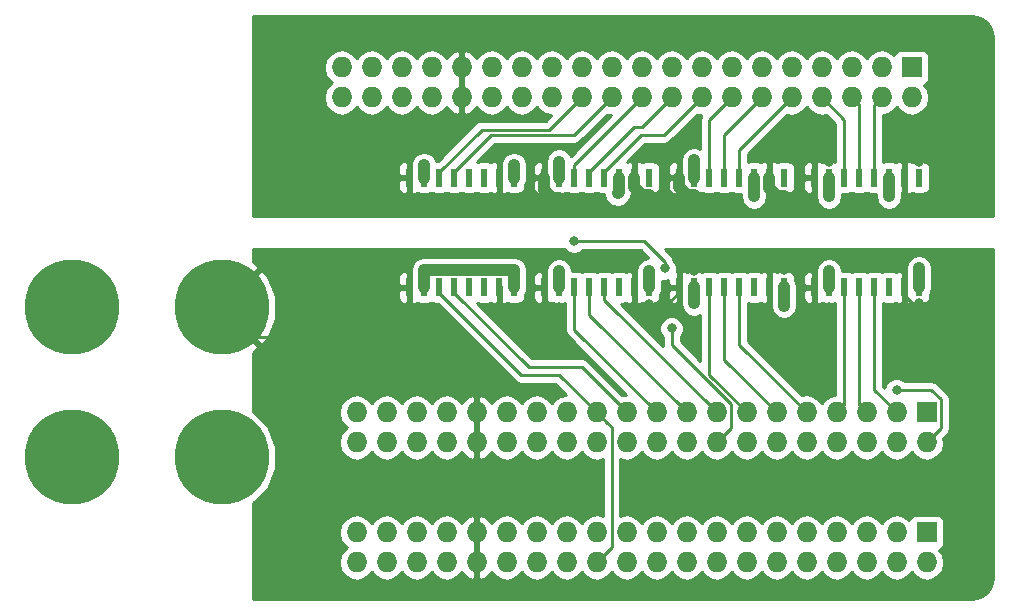
<source format=gbl>
G04 #@! TF.GenerationSoftware,KiCad,Pcbnew,(2017-12-02 revision 3109343)-master*
G04 #@! TF.CreationDate,2018-01-05T09:38:41-05:00*
G04 #@! TF.ProjectId,stm_integrated_interface,73746D5F696E74656772617465645F69,rev?*
G04 #@! TF.SameCoordinates,Original*
G04 #@! TF.FileFunction,Copper,L2,Bot,Signal*
G04 #@! TF.FilePolarity,Positive*
%FSLAX46Y46*%
G04 Gerber Fmt 4.6, Leading zero omitted, Abs format (unit mm)*
G04 Created by KiCad (PCBNEW (2017-12-02 revision 3109343)-master) date Fri Jan  5 09:38:41 2018*
%MOMM*%
%LPD*%
G01*
G04 APERTURE LIST*
%ADD10R,1.727200X1.727200*%
%ADD11O,1.727200X1.727200*%
%ADD12C,8.000000*%
%ADD13R,0.600000X1.500000*%
%ADD14C,0.800000*%
%ADD15C,0.250000*%
%ADD16C,1.000000*%
%ADD17C,0.254000*%
G04 APERTURE END LIST*
D10*
X125730000Y-64770000D03*
D11*
X125730000Y-67310000D03*
X123190000Y-64770000D03*
X123190000Y-67310000D03*
X120650000Y-64770000D03*
X120650000Y-67310000D03*
X118110000Y-64770000D03*
X118110000Y-67310000D03*
X115570000Y-64770000D03*
X115570000Y-67310000D03*
X113030000Y-64770000D03*
X113030000Y-67310000D03*
X110490000Y-64770000D03*
X110490000Y-67310000D03*
X107950000Y-64770000D03*
X107950000Y-67310000D03*
X105410000Y-64770000D03*
X105410000Y-67310000D03*
X102870000Y-64770000D03*
X102870000Y-67310000D03*
X100330000Y-64770000D03*
X100330000Y-67310000D03*
X97790000Y-64770000D03*
X97790000Y-67310000D03*
X95250000Y-64770000D03*
X95250000Y-67310000D03*
X92710000Y-64770000D03*
X92710000Y-67310000D03*
X90170000Y-64770000D03*
X90170000Y-67310000D03*
X87630000Y-64770000D03*
X87630000Y-67310000D03*
X85090000Y-64770000D03*
X85090000Y-67310000D03*
X82550000Y-64770000D03*
X82550000Y-67310000D03*
X80010000Y-64770000D03*
X80010000Y-67310000D03*
X77470000Y-64770000D03*
X77470000Y-67310000D03*
X77470000Y-77470000D03*
X77470000Y-74930000D03*
X80010000Y-77470000D03*
X80010000Y-74930000D03*
X82550000Y-77470000D03*
X82550000Y-74930000D03*
X85090000Y-77470000D03*
X85090000Y-74930000D03*
X87630000Y-77470000D03*
X87630000Y-74930000D03*
X90170000Y-77470000D03*
X90170000Y-74930000D03*
X92710000Y-77470000D03*
X92710000Y-74930000D03*
X95250000Y-77470000D03*
X95250000Y-74930000D03*
X97790000Y-77470000D03*
X97790000Y-74930000D03*
X100330000Y-77470000D03*
X100330000Y-74930000D03*
X102870000Y-77470000D03*
X102870000Y-74930000D03*
X105410000Y-77470000D03*
X105410000Y-74930000D03*
X107950000Y-77470000D03*
X107950000Y-74930000D03*
X110490000Y-77470000D03*
X110490000Y-74930000D03*
X113030000Y-77470000D03*
X113030000Y-74930000D03*
X115570000Y-77470000D03*
X115570000Y-74930000D03*
X118110000Y-77470000D03*
X118110000Y-74930000D03*
X120650000Y-77470000D03*
X120650000Y-74930000D03*
X123190000Y-77470000D03*
X123190000Y-74930000D03*
X125730000Y-77470000D03*
D10*
X125730000Y-74930000D03*
D12*
X53340000Y-68580000D03*
X53340000Y-55880000D03*
X66040000Y-55880000D03*
X66040000Y-68580000D03*
D11*
X76200000Y-38100000D03*
X76200000Y-35560000D03*
X78740000Y-38100000D03*
X78740000Y-35560000D03*
X81280000Y-38100000D03*
X81280000Y-35560000D03*
X83820000Y-38100000D03*
X83820000Y-35560000D03*
X86360000Y-38100000D03*
X86360000Y-35560000D03*
X88900000Y-38100000D03*
X88900000Y-35560000D03*
X91440000Y-38100000D03*
X91440000Y-35560000D03*
X93980000Y-38100000D03*
X93980000Y-35560000D03*
X96520000Y-38100000D03*
X96520000Y-35560000D03*
X99060000Y-38100000D03*
X99060000Y-35560000D03*
X101600000Y-38100000D03*
X101600000Y-35560000D03*
X104140000Y-38100000D03*
X104140000Y-35560000D03*
X106680000Y-38100000D03*
X106680000Y-35560000D03*
X109220000Y-38100000D03*
X109220000Y-35560000D03*
X111760000Y-38100000D03*
X111760000Y-35560000D03*
X114300000Y-38100000D03*
X114300000Y-35560000D03*
X116840000Y-38100000D03*
X116840000Y-35560000D03*
X119380000Y-38100000D03*
X119380000Y-35560000D03*
X121920000Y-38100000D03*
X121920000Y-35560000D03*
X124460000Y-38100000D03*
D10*
X124460000Y-35560000D03*
D13*
X81915000Y-54180000D03*
X83185000Y-54180000D03*
X84455000Y-54180000D03*
X85725000Y-54180000D03*
X86995000Y-54180000D03*
X88265000Y-54180000D03*
X89535000Y-54180000D03*
X90805000Y-54180000D03*
X90805000Y-44880000D03*
X89535000Y-44880000D03*
X88265000Y-44880000D03*
X86995000Y-44880000D03*
X85725000Y-44880000D03*
X84455000Y-44880000D03*
X83185000Y-44880000D03*
X81915000Y-44880000D03*
X93345000Y-54180000D03*
X94615000Y-54180000D03*
X95885000Y-54180000D03*
X97155000Y-54180000D03*
X98425000Y-54180000D03*
X99695000Y-54180000D03*
X100965000Y-54180000D03*
X102235000Y-54180000D03*
X102235000Y-44880000D03*
X100965000Y-44880000D03*
X99695000Y-44880000D03*
X98425000Y-44880000D03*
X97155000Y-44880000D03*
X95885000Y-44880000D03*
X94615000Y-44880000D03*
X93345000Y-44880000D03*
X104775000Y-44880000D03*
X106045000Y-44880000D03*
X107315000Y-44880000D03*
X108585000Y-44880000D03*
X109855000Y-44880000D03*
X111125000Y-44880000D03*
X112395000Y-44880000D03*
X113665000Y-44880000D03*
X113665000Y-54180000D03*
X112395000Y-54180000D03*
X111125000Y-54180000D03*
X109855000Y-54180000D03*
X108585000Y-54180000D03*
X107315000Y-54180000D03*
X106045000Y-54180000D03*
X104775000Y-54180000D03*
X116205000Y-44880000D03*
X117475000Y-44880000D03*
X118745000Y-44880000D03*
X120015000Y-44880000D03*
X121285000Y-44880000D03*
X122555000Y-44880000D03*
X123825000Y-44880000D03*
X125095000Y-44880000D03*
X125095000Y-54180000D03*
X123825000Y-54180000D03*
X122555000Y-54180000D03*
X121285000Y-54180000D03*
X120015000Y-54180000D03*
X118745000Y-54180000D03*
X117475000Y-54180000D03*
X116205000Y-54180000D03*
D14*
X125095000Y-55530002D03*
X106045000Y-52829998D03*
X102235000Y-55626000D03*
X117475000Y-55880000D03*
X94615000Y-55880000D03*
X113665000Y-52705000D03*
X113665000Y-52705000D03*
X94615000Y-52829998D03*
X113665000Y-55753000D03*
X117475000Y-52829998D03*
X125095000Y-52578000D03*
X106045000Y-55530002D03*
X102235000Y-52829998D03*
X83185000Y-52705000D03*
X90805000Y-52705000D03*
X103571282Y-52578000D03*
X104140000Y-57658000D03*
X95885000Y-50292000D03*
X123190000Y-62865000D03*
X113665000Y-46482000D03*
X117475000Y-43529998D03*
X106045000Y-46355000D03*
X94615000Y-46609000D03*
X102235000Y-46355000D03*
X125095000Y-43529998D03*
X122555000Y-46482000D03*
X111125000Y-46482000D03*
X117475000Y-46482000D03*
X106045000Y-43434000D03*
X99568000Y-46230002D03*
X90805000Y-43815000D03*
X90805000Y-43815000D03*
X83185000Y-43815000D03*
X94615000Y-43529998D03*
D15*
X84455000Y-44880000D02*
X84455000Y-44430000D01*
X84455000Y-44430000D02*
X88060010Y-40824990D01*
X88060010Y-40824990D02*
X93795010Y-40824990D01*
X93795010Y-40824990D02*
X96520000Y-38100000D01*
X88880000Y-41275000D02*
X95885000Y-41275000D01*
X95885000Y-41275000D02*
X99060000Y-38100000D01*
X85725000Y-44880000D02*
X85725000Y-44430000D01*
X85725000Y-44430000D02*
X88880000Y-41275000D01*
X95885000Y-44880000D02*
X95885000Y-43815000D01*
X95885000Y-43815000D02*
X101600000Y-38100000D01*
X100945000Y-40640000D02*
X101600000Y-40640000D01*
X101600000Y-40640000D02*
X104140000Y-38100000D01*
X97155000Y-44880000D02*
X97155000Y-44430000D01*
X97155000Y-44430000D02*
X100945000Y-40640000D01*
X101580000Y-41275000D02*
X103505000Y-41275000D01*
X103505000Y-41275000D02*
X106680000Y-38100000D01*
X98425000Y-44880000D02*
X98425000Y-44430000D01*
X98425000Y-44430000D02*
X101580000Y-41275000D01*
X107315000Y-44880000D02*
X107315000Y-40005000D01*
X107315000Y-40005000D02*
X109220000Y-38100000D01*
X108585000Y-44880000D02*
X108585000Y-41275000D01*
X108585000Y-41275000D02*
X111760000Y-38100000D01*
X109855000Y-44880000D02*
X109855000Y-42545000D01*
X109855000Y-42545000D02*
X114300000Y-38100000D01*
X118745000Y-44880000D02*
X118745000Y-40005000D01*
X118745000Y-40005000D02*
X116840000Y-38100000D01*
X120015000Y-44880000D02*
X120015000Y-38735000D01*
X120015000Y-38735000D02*
X119380000Y-38100000D01*
X121285000Y-44880000D02*
X121285000Y-38735000D01*
X121285000Y-38735000D02*
X121920000Y-38100000D01*
X71120000Y-58420000D02*
X68580000Y-58420000D01*
X68580000Y-58420000D02*
X66040000Y-55880000D01*
X125095000Y-55530002D02*
X124529315Y-55530002D01*
X124529315Y-55530002D02*
X123825000Y-54825687D01*
X123825000Y-54825687D02*
X123825000Y-54180000D01*
X104777002Y-52829998D02*
X104775000Y-52832000D01*
X104775000Y-52832000D02*
X104775000Y-54180000D01*
X106045000Y-52829998D02*
X104777002Y-52829998D01*
X102235000Y-55626000D02*
X103779000Y-55626000D01*
X103779000Y-55626000D02*
X104775000Y-54630000D01*
X104775000Y-54630000D02*
X104775000Y-54180000D01*
X116586000Y-55880000D02*
X116205000Y-55499000D01*
X116205000Y-55499000D02*
X116205000Y-54180000D01*
X117475000Y-55880000D02*
X116586000Y-55880000D01*
X93345000Y-55180000D02*
X93345000Y-54180000D01*
X94615000Y-55880000D02*
X94049315Y-55530002D01*
X94049315Y-55530002D02*
X93695002Y-55530002D01*
X93695002Y-55530002D02*
X93345000Y-55180000D01*
X73660000Y-60960000D02*
X71120000Y-58420000D01*
X80440000Y-54180000D02*
X73660000Y-60960000D01*
X81915000Y-54180000D02*
X80440000Y-54180000D01*
X81915000Y-54180000D02*
X77040000Y-54180000D01*
D16*
X94615000Y-54180000D02*
X94615000Y-52829998D01*
X113665000Y-54180000D02*
X113665000Y-55753000D01*
X117475000Y-54180000D02*
X117475000Y-52829998D01*
X125095000Y-54180000D02*
X125095000Y-52578000D01*
X83185000Y-52705000D02*
X84582000Y-52705000D01*
X84582000Y-52705000D02*
X90805000Y-52705000D01*
X106045000Y-54180000D02*
X106045000Y-55530002D01*
X102235000Y-52829998D02*
X102235000Y-54180000D01*
X102235000Y-52829998D02*
X102235000Y-52930007D01*
X83185000Y-54180000D02*
X83185000Y-52705000D01*
X90805000Y-54180000D02*
X90805000Y-52705000D01*
D15*
X91420000Y-61595000D02*
X94615000Y-61595000D01*
X94615000Y-61595000D02*
X97790000Y-64770000D01*
X84455000Y-54180000D02*
X84455000Y-54630000D01*
X84455000Y-54630000D02*
X91420000Y-61595000D01*
X97790000Y-77470000D02*
X99060000Y-76200000D01*
X99060000Y-76200000D02*
X99060000Y-66040000D01*
X99060000Y-66040000D02*
X98653599Y-65633599D01*
X98653599Y-65633599D02*
X97790000Y-64770000D01*
X92055000Y-60960000D02*
X96520000Y-60960000D01*
X96520000Y-60960000D02*
X100330000Y-64770000D01*
X85725000Y-54180000D02*
X85725000Y-54630000D01*
X85725000Y-54630000D02*
X92055000Y-60960000D01*
X95885000Y-54180000D02*
X95885000Y-57785000D01*
X95885000Y-57785000D02*
X102870000Y-64770000D01*
X97155000Y-54180000D02*
X97155000Y-56515000D01*
X97155000Y-56515000D02*
X105410000Y-64770000D01*
X98425000Y-54180000D02*
X98425000Y-55245000D01*
X98425000Y-55245000D02*
X107950000Y-64770000D01*
X103571282Y-52578000D02*
X103571282Y-52012315D01*
X103571282Y-52012315D02*
X101850967Y-50292000D01*
X101850967Y-50292000D02*
X96450685Y-50292000D01*
X96450685Y-50292000D02*
X95885000Y-50292000D01*
X104149999Y-59066409D02*
X104149999Y-57667999D01*
X104149999Y-57667999D02*
X104140000Y-57658000D01*
X104149999Y-59066409D02*
X109138601Y-64055011D01*
X109138601Y-64055011D02*
X109138601Y-66121399D01*
X109138601Y-66121399D02*
X108813599Y-66446401D01*
X108813599Y-66446401D02*
X107950000Y-67310000D01*
X107315000Y-54180000D02*
X107315000Y-61595000D01*
X107315000Y-61595000D02*
X110490000Y-64770000D01*
X108585000Y-54180000D02*
X108585000Y-60325000D01*
X108585000Y-60325000D02*
X113030000Y-64770000D01*
X109855000Y-54180000D02*
X109855000Y-59055000D01*
X109855000Y-59055000D02*
X115570000Y-64770000D01*
X118745000Y-54180000D02*
X118745000Y-64135000D01*
X118745000Y-64135000D02*
X118110000Y-64770000D01*
X120015000Y-54180000D02*
X120015000Y-64135000D01*
X120015000Y-64135000D02*
X120650000Y-64770000D01*
X123190000Y-64770000D02*
X121285000Y-62865000D01*
X121285000Y-62865000D02*
X121285000Y-54180000D01*
X123190000Y-62865000D02*
X126137202Y-62865000D01*
X126593599Y-66446401D02*
X125730000Y-67310000D01*
X126137202Y-62865000D02*
X126918601Y-63646399D01*
X126918601Y-63646399D02*
X126918601Y-66121399D01*
X126918601Y-66121399D02*
X126593599Y-66446401D01*
D16*
X113665000Y-46482000D02*
X113099315Y-46482000D01*
X113099315Y-46482000D02*
X112395000Y-45777685D01*
X112395000Y-45777685D02*
X112395000Y-44880000D01*
X106045000Y-46355000D02*
X105479315Y-46355000D01*
X105479315Y-46355000D02*
X104775000Y-45650685D01*
X104775000Y-45650685D02*
X104775000Y-44880000D01*
X94615000Y-46609000D02*
X94049315Y-46609000D01*
X94049315Y-46609000D02*
X93345000Y-45904685D01*
X93345000Y-45904685D02*
X93345000Y-44880000D01*
X101669315Y-46355000D02*
X100965000Y-45650685D01*
X100965000Y-45650685D02*
X100965000Y-44880000D01*
X102235000Y-46355000D02*
X101669315Y-46355000D01*
X122555000Y-44880000D02*
X122555000Y-46482000D01*
X111125000Y-44880000D02*
X111125000Y-46482000D01*
X117475000Y-44880000D02*
X117475000Y-46482000D01*
X106045000Y-44880000D02*
X106045000Y-43434000D01*
X99695000Y-44880000D02*
X99695000Y-46103002D01*
X99695000Y-46103002D02*
X99568000Y-46230002D01*
X90805000Y-44880000D02*
X90805000Y-43815000D01*
X83185000Y-44880000D02*
X83185000Y-43815000D01*
X94615000Y-44880000D02*
X94615000Y-43529998D01*
D17*
G36*
X130234989Y-31342152D02*
X130824170Y-31735830D01*
X131217848Y-32325011D01*
X131350545Y-32992124D01*
X131345000Y-33020000D01*
X131345000Y-48133000D01*
X68707000Y-48133000D01*
X68707000Y-45165750D01*
X80980000Y-45165750D01*
X80980000Y-45756309D01*
X81076673Y-45989698D01*
X81255301Y-46168327D01*
X81488690Y-46265000D01*
X81629250Y-46265000D01*
X81788000Y-46106250D01*
X81788000Y-45007000D01*
X81138750Y-45007000D01*
X80980000Y-45165750D01*
X68707000Y-45165750D01*
X68707000Y-44003691D01*
X80980000Y-44003691D01*
X80980000Y-44594250D01*
X81138750Y-44753000D01*
X81788000Y-44753000D01*
X81788000Y-43653750D01*
X82042000Y-43653750D01*
X82042000Y-44753000D01*
X82050000Y-44753000D01*
X82050000Y-44880000D01*
X82062000Y-44940328D01*
X82062000Y-45007000D01*
X82042000Y-45007000D01*
X82042000Y-46106250D01*
X82200750Y-46265000D01*
X82341310Y-46265000D01*
X82558028Y-46175232D01*
X82637235Y-46228157D01*
X82885000Y-46277440D01*
X83485000Y-46277440D01*
X83732765Y-46228157D01*
X83820000Y-46169868D01*
X83907235Y-46228157D01*
X84155000Y-46277440D01*
X84755000Y-46277440D01*
X85002765Y-46228157D01*
X85090000Y-46169868D01*
X85177235Y-46228157D01*
X85425000Y-46277440D01*
X86025000Y-46277440D01*
X86272765Y-46228157D01*
X86360000Y-46169868D01*
X86447235Y-46228157D01*
X86695000Y-46277440D01*
X87295000Y-46277440D01*
X87542765Y-46228157D01*
X87630000Y-46169868D01*
X87717235Y-46228157D01*
X87965000Y-46277440D01*
X88565000Y-46277440D01*
X88812765Y-46228157D01*
X88891972Y-46175232D01*
X89108690Y-46265000D01*
X89249250Y-46265000D01*
X89408000Y-46106250D01*
X89408000Y-45007000D01*
X89388000Y-45007000D01*
X89388000Y-44753000D01*
X89408000Y-44753000D01*
X89408000Y-43653750D01*
X89662000Y-43653750D01*
X89662000Y-44753000D01*
X89670000Y-44753000D01*
X89670000Y-44880000D01*
X89682000Y-44940328D01*
X89682000Y-45007000D01*
X89662000Y-45007000D01*
X89662000Y-46106250D01*
X89820750Y-46265000D01*
X89961310Y-46265000D01*
X90178028Y-46175232D01*
X90257235Y-46228157D01*
X90505000Y-46277440D01*
X91105000Y-46277440D01*
X91352765Y-46228157D01*
X91562809Y-46087809D01*
X91703157Y-45877765D01*
X91752440Y-45630000D01*
X91752440Y-45465747D01*
X91853603Y-45314346D01*
X91883160Y-45165750D01*
X92410000Y-45165750D01*
X92410000Y-45756309D01*
X92506673Y-45989698D01*
X92685301Y-46168327D01*
X92918690Y-46265000D01*
X93059250Y-46265000D01*
X93218000Y-46106250D01*
X93218000Y-45007000D01*
X92568750Y-45007000D01*
X92410000Y-45165750D01*
X91883160Y-45165750D01*
X91940000Y-44880000D01*
X91940000Y-44003691D01*
X92410000Y-44003691D01*
X92410000Y-44594250D01*
X92568750Y-44753000D01*
X93218000Y-44753000D01*
X93218000Y-43653750D01*
X93059250Y-43495000D01*
X92918690Y-43495000D01*
X92685301Y-43591673D01*
X92506673Y-43770302D01*
X92410000Y-44003691D01*
X91940000Y-44003691D01*
X91940000Y-43815000D01*
X91853603Y-43380654D01*
X91607566Y-43012434D01*
X91239346Y-42766397D01*
X90805000Y-42680000D01*
X90370654Y-42766397D01*
X90002434Y-43012434D01*
X89756397Y-43380654D01*
X89712025Y-43603725D01*
X89662000Y-43653750D01*
X89408000Y-43653750D01*
X89249250Y-43495000D01*
X89108690Y-43495000D01*
X88891972Y-43584768D01*
X88812765Y-43531843D01*
X88565000Y-43482560D01*
X87965000Y-43482560D01*
X87717235Y-43531843D01*
X87659143Y-43570659D01*
X89194802Y-42035000D01*
X95885000Y-42035000D01*
X96175839Y-41977148D01*
X96422401Y-41812401D01*
X98682027Y-39552775D01*
X99007651Y-39617546D01*
X95609907Y-43015291D01*
X95417566Y-42727432D01*
X95049346Y-42481395D01*
X94615000Y-42394998D01*
X94180654Y-42481395D01*
X93812434Y-42727432D01*
X93566397Y-43095652D01*
X93480000Y-43529998D01*
X93480000Y-43645750D01*
X93472000Y-43653750D01*
X93472000Y-44753000D01*
X93480000Y-44753000D01*
X93480000Y-44880000D01*
X93492000Y-44940328D01*
X93492000Y-45007000D01*
X93472000Y-45007000D01*
X93472000Y-46106250D01*
X93630750Y-46265000D01*
X93771310Y-46265000D01*
X93988028Y-46175232D01*
X94067235Y-46228157D01*
X94315000Y-46277440D01*
X94915000Y-46277440D01*
X95162765Y-46228157D01*
X95250000Y-46169868D01*
X95337235Y-46228157D01*
X95585000Y-46277440D01*
X96185000Y-46277440D01*
X96432765Y-46228157D01*
X96520000Y-46169868D01*
X96607235Y-46228157D01*
X96855000Y-46277440D01*
X97455000Y-46277440D01*
X97702765Y-46228157D01*
X97790000Y-46169868D01*
X97877235Y-46228157D01*
X98125000Y-46277440D01*
X98442436Y-46277440D01*
X98519397Y-46664347D01*
X98765434Y-47032568D01*
X99133655Y-47278605D01*
X99568000Y-47365002D01*
X100002345Y-47278605D01*
X100370566Y-47032568D01*
X100497566Y-46905568D01*
X100643628Y-46686971D01*
X100743603Y-46537348D01*
X100827207Y-46117043D01*
X100838000Y-46106250D01*
X100838000Y-45007000D01*
X100830000Y-45007000D01*
X100830000Y-44880000D01*
X100818000Y-44819672D01*
X100818000Y-44753000D01*
X100838000Y-44753000D01*
X100838000Y-43653750D01*
X101092000Y-43653750D01*
X101092000Y-44753000D01*
X101112000Y-44753000D01*
X101112000Y-45007000D01*
X101092000Y-45007000D01*
X101092000Y-46106250D01*
X101250750Y-46265000D01*
X101391310Y-46265000D01*
X101608028Y-46175232D01*
X101687235Y-46228157D01*
X101935000Y-46277440D01*
X102535000Y-46277440D01*
X102782765Y-46228157D01*
X102992809Y-46087809D01*
X103133157Y-45877765D01*
X103182440Y-45630000D01*
X103182440Y-45165750D01*
X103840000Y-45165750D01*
X103840000Y-45756309D01*
X103936673Y-45989698D01*
X104115301Y-46168327D01*
X104348690Y-46265000D01*
X104489250Y-46265000D01*
X104648000Y-46106250D01*
X104648000Y-45007000D01*
X103998750Y-45007000D01*
X103840000Y-45165750D01*
X103182440Y-45165750D01*
X103182440Y-44130000D01*
X103157316Y-44003691D01*
X103840000Y-44003691D01*
X103840000Y-44594250D01*
X103998750Y-44753000D01*
X104648000Y-44753000D01*
X104648000Y-43653750D01*
X104489250Y-43495000D01*
X104348690Y-43495000D01*
X104115301Y-43591673D01*
X103936673Y-43770302D01*
X103840000Y-44003691D01*
X103157316Y-44003691D01*
X103133157Y-43882235D01*
X102992809Y-43672191D01*
X102782765Y-43531843D01*
X102535000Y-43482560D01*
X101935000Y-43482560D01*
X101687235Y-43531843D01*
X101608028Y-43584768D01*
X101391310Y-43495000D01*
X101250750Y-43495000D01*
X101092000Y-43653750D01*
X100838000Y-43653750D01*
X100679250Y-43495000D01*
X100538690Y-43495000D01*
X100361342Y-43568460D01*
X101894802Y-42035000D01*
X103505000Y-42035000D01*
X103795839Y-41977148D01*
X104042401Y-41812401D01*
X106302027Y-39552775D01*
X106671571Y-39626282D01*
X106612852Y-39714161D01*
X106555000Y-40005000D01*
X106555000Y-42435947D01*
X106479346Y-42385397D01*
X106045000Y-42299000D01*
X105610654Y-42385397D01*
X105242434Y-42631434D01*
X104996397Y-42999654D01*
X104910000Y-43434000D01*
X104910000Y-43645750D01*
X104902000Y-43653750D01*
X104902000Y-44753000D01*
X104910000Y-44753000D01*
X104910000Y-44880000D01*
X104922000Y-44940328D01*
X104922000Y-45007000D01*
X104902000Y-45007000D01*
X104902000Y-46106250D01*
X105060750Y-46265000D01*
X105201310Y-46265000D01*
X105418028Y-46175232D01*
X105497235Y-46228157D01*
X105745000Y-46277440D01*
X106345000Y-46277440D01*
X106592765Y-46228157D01*
X106680000Y-46169868D01*
X106767235Y-46228157D01*
X107015000Y-46277440D01*
X107615000Y-46277440D01*
X107862765Y-46228157D01*
X107950000Y-46169868D01*
X108037235Y-46228157D01*
X108285000Y-46277440D01*
X108885000Y-46277440D01*
X109132765Y-46228157D01*
X109220000Y-46169868D01*
X109307235Y-46228157D01*
X109555000Y-46277440D01*
X109990000Y-46277440D01*
X109990000Y-46482000D01*
X110076397Y-46916346D01*
X110322434Y-47284566D01*
X110690654Y-47530603D01*
X111125000Y-47617000D01*
X111559346Y-47530603D01*
X111927566Y-47284566D01*
X112173603Y-46916346D01*
X112260000Y-46482000D01*
X112260000Y-46114250D01*
X112268000Y-46106250D01*
X112268000Y-45007000D01*
X112260000Y-45007000D01*
X112260000Y-44880000D01*
X112248000Y-44819672D01*
X112248000Y-44753000D01*
X112268000Y-44753000D01*
X112268000Y-43653750D01*
X112522000Y-43653750D01*
X112522000Y-44753000D01*
X112542000Y-44753000D01*
X112542000Y-45007000D01*
X112522000Y-45007000D01*
X112522000Y-46106250D01*
X112680750Y-46265000D01*
X112821310Y-46265000D01*
X113038028Y-46175232D01*
X113117235Y-46228157D01*
X113365000Y-46277440D01*
X113965000Y-46277440D01*
X114212765Y-46228157D01*
X114422809Y-46087809D01*
X114563157Y-45877765D01*
X114612440Y-45630000D01*
X114612440Y-45165750D01*
X115270000Y-45165750D01*
X115270000Y-45756309D01*
X115366673Y-45989698D01*
X115545301Y-46168327D01*
X115778690Y-46265000D01*
X115919250Y-46265000D01*
X116078000Y-46106250D01*
X116078000Y-45007000D01*
X115428750Y-45007000D01*
X115270000Y-45165750D01*
X114612440Y-45165750D01*
X114612440Y-44130000D01*
X114587316Y-44003691D01*
X115270000Y-44003691D01*
X115270000Y-44594250D01*
X115428750Y-44753000D01*
X116078000Y-44753000D01*
X116078000Y-43653750D01*
X115919250Y-43495000D01*
X115778690Y-43495000D01*
X115545301Y-43591673D01*
X115366673Y-43770302D01*
X115270000Y-44003691D01*
X114587316Y-44003691D01*
X114563157Y-43882235D01*
X114422809Y-43672191D01*
X114212765Y-43531843D01*
X113965000Y-43482560D01*
X113365000Y-43482560D01*
X113117235Y-43531843D01*
X113038028Y-43584768D01*
X112821310Y-43495000D01*
X112680750Y-43495000D01*
X112522000Y-43653750D01*
X112268000Y-43653750D01*
X112109250Y-43495000D01*
X111968690Y-43495000D01*
X111751972Y-43584768D01*
X111672765Y-43531843D01*
X111425000Y-43482560D01*
X110825000Y-43482560D01*
X110615000Y-43524331D01*
X110615000Y-42859802D01*
X113922027Y-39552775D01*
X114300000Y-39627959D01*
X114873489Y-39513885D01*
X115359670Y-39189029D01*
X115570000Y-38874248D01*
X115780330Y-39189029D01*
X116266511Y-39513885D01*
X116840000Y-39627959D01*
X117217973Y-39552775D01*
X117985000Y-40319802D01*
X117985000Y-43524331D01*
X117775000Y-43482560D01*
X117175000Y-43482560D01*
X116927235Y-43531843D01*
X116848028Y-43584768D01*
X116631310Y-43495000D01*
X116490750Y-43495000D01*
X116332000Y-43653750D01*
X116332000Y-44753000D01*
X116352000Y-44753000D01*
X116352000Y-44819672D01*
X116340000Y-44880000D01*
X116340000Y-45007000D01*
X116332000Y-45007000D01*
X116332000Y-46106250D01*
X116340000Y-46114250D01*
X116340000Y-46482000D01*
X116426397Y-46916346D01*
X116672434Y-47284566D01*
X117040654Y-47530603D01*
X117475000Y-47617000D01*
X117909346Y-47530603D01*
X118277566Y-47284566D01*
X118523603Y-46916346D01*
X118610000Y-46482000D01*
X118610000Y-46277440D01*
X119045000Y-46277440D01*
X119292765Y-46228157D01*
X119380000Y-46169868D01*
X119467235Y-46228157D01*
X119715000Y-46277440D01*
X120315000Y-46277440D01*
X120562765Y-46228157D01*
X120650000Y-46169868D01*
X120737235Y-46228157D01*
X120985000Y-46277440D01*
X121420000Y-46277440D01*
X121420000Y-46482000D01*
X121506397Y-46916346D01*
X121752434Y-47284566D01*
X122120654Y-47530603D01*
X122555000Y-47617000D01*
X122989346Y-47530603D01*
X123357566Y-47284566D01*
X123603603Y-46916346D01*
X123690000Y-46482000D01*
X123690000Y-46114250D01*
X123698000Y-46106250D01*
X123698000Y-45007000D01*
X123690000Y-45007000D01*
X123690000Y-44880000D01*
X123678000Y-44819672D01*
X123678000Y-44753000D01*
X123698000Y-44753000D01*
X123698000Y-43653750D01*
X123952000Y-43653750D01*
X123952000Y-44753000D01*
X123972000Y-44753000D01*
X123972000Y-45007000D01*
X123952000Y-45007000D01*
X123952000Y-46106250D01*
X124110750Y-46265000D01*
X124251310Y-46265000D01*
X124468028Y-46175232D01*
X124547235Y-46228157D01*
X124795000Y-46277440D01*
X125395000Y-46277440D01*
X125642765Y-46228157D01*
X125852809Y-46087809D01*
X125993157Y-45877765D01*
X126042440Y-45630000D01*
X126042440Y-44130000D01*
X125993157Y-43882235D01*
X125852809Y-43672191D01*
X125642765Y-43531843D01*
X125395000Y-43482560D01*
X124795000Y-43482560D01*
X124547235Y-43531843D01*
X124468028Y-43584768D01*
X124251310Y-43495000D01*
X124110750Y-43495000D01*
X123952000Y-43653750D01*
X123698000Y-43653750D01*
X123539250Y-43495000D01*
X123398690Y-43495000D01*
X123181972Y-43584768D01*
X123102765Y-43531843D01*
X122855000Y-43482560D01*
X122255000Y-43482560D01*
X122045000Y-43524331D01*
X122045000Y-39603095D01*
X122493489Y-39513885D01*
X122979670Y-39189029D01*
X123190000Y-38874248D01*
X123400330Y-39189029D01*
X123886511Y-39513885D01*
X124460000Y-39627959D01*
X125033489Y-39513885D01*
X125519670Y-39189029D01*
X125844526Y-38702848D01*
X125958600Y-38129359D01*
X125958600Y-38070641D01*
X125844526Y-37497152D01*
X125532096Y-37029568D01*
X125571365Y-37021757D01*
X125781409Y-36881409D01*
X125921757Y-36671365D01*
X125971040Y-36423600D01*
X125971040Y-34696400D01*
X125921757Y-34448635D01*
X125781409Y-34238591D01*
X125571365Y-34098243D01*
X125323600Y-34048960D01*
X123596400Y-34048960D01*
X123348635Y-34098243D01*
X123138591Y-34238591D01*
X122998243Y-34448635D01*
X122990559Y-34487267D01*
X122979670Y-34470971D01*
X122493489Y-34146115D01*
X121920000Y-34032041D01*
X121346511Y-34146115D01*
X120860330Y-34470971D01*
X120650000Y-34785752D01*
X120439670Y-34470971D01*
X119953489Y-34146115D01*
X119380000Y-34032041D01*
X118806511Y-34146115D01*
X118320330Y-34470971D01*
X118110000Y-34785752D01*
X117899670Y-34470971D01*
X117413489Y-34146115D01*
X116840000Y-34032041D01*
X116266511Y-34146115D01*
X115780330Y-34470971D01*
X115570000Y-34785752D01*
X115359670Y-34470971D01*
X114873489Y-34146115D01*
X114300000Y-34032041D01*
X113726511Y-34146115D01*
X113240330Y-34470971D01*
X113030000Y-34785752D01*
X112819670Y-34470971D01*
X112333489Y-34146115D01*
X111760000Y-34032041D01*
X111186511Y-34146115D01*
X110700330Y-34470971D01*
X110490000Y-34785752D01*
X110279670Y-34470971D01*
X109793489Y-34146115D01*
X109220000Y-34032041D01*
X108646511Y-34146115D01*
X108160330Y-34470971D01*
X107950000Y-34785752D01*
X107739670Y-34470971D01*
X107253489Y-34146115D01*
X106680000Y-34032041D01*
X106106511Y-34146115D01*
X105620330Y-34470971D01*
X105410000Y-34785752D01*
X105199670Y-34470971D01*
X104713489Y-34146115D01*
X104140000Y-34032041D01*
X103566511Y-34146115D01*
X103080330Y-34470971D01*
X102870000Y-34785752D01*
X102659670Y-34470971D01*
X102173489Y-34146115D01*
X101600000Y-34032041D01*
X101026511Y-34146115D01*
X100540330Y-34470971D01*
X100330000Y-34785752D01*
X100119670Y-34470971D01*
X99633489Y-34146115D01*
X99060000Y-34032041D01*
X98486511Y-34146115D01*
X98000330Y-34470971D01*
X97790000Y-34785752D01*
X97579670Y-34470971D01*
X97093489Y-34146115D01*
X96520000Y-34032041D01*
X95946511Y-34146115D01*
X95460330Y-34470971D01*
X95250000Y-34785752D01*
X95039670Y-34470971D01*
X94553489Y-34146115D01*
X93980000Y-34032041D01*
X93406511Y-34146115D01*
X92920330Y-34470971D01*
X92710000Y-34785752D01*
X92499670Y-34470971D01*
X92013489Y-34146115D01*
X91440000Y-34032041D01*
X90866511Y-34146115D01*
X90380330Y-34470971D01*
X90170000Y-34785752D01*
X89959670Y-34470971D01*
X89473489Y-34146115D01*
X88900000Y-34032041D01*
X88326511Y-34146115D01*
X87840330Y-34470971D01*
X87624336Y-34794228D01*
X87566821Y-34671510D01*
X87134947Y-34277312D01*
X86719026Y-34105042D01*
X86487000Y-34226183D01*
X86487000Y-35433000D01*
X86507000Y-35433000D01*
X86507000Y-35687000D01*
X86487000Y-35687000D01*
X86487000Y-37973000D01*
X86507000Y-37973000D01*
X86507000Y-38227000D01*
X86487000Y-38227000D01*
X86487000Y-39433817D01*
X86719026Y-39554958D01*
X87134947Y-39382688D01*
X87566821Y-38988490D01*
X87624336Y-38865772D01*
X87840330Y-39189029D01*
X88326511Y-39513885D01*
X88900000Y-39627959D01*
X89473489Y-39513885D01*
X89959670Y-39189029D01*
X90170000Y-38874248D01*
X90380330Y-39189029D01*
X90866511Y-39513885D01*
X91440000Y-39627959D01*
X92013489Y-39513885D01*
X92499670Y-39189029D01*
X92710000Y-38874248D01*
X92920330Y-39189029D01*
X93406511Y-39513885D01*
X93927652Y-39617546D01*
X93480208Y-40064990D01*
X88060010Y-40064990D01*
X87769171Y-40122842D01*
X87522609Y-40287589D01*
X84327638Y-43482560D01*
X84253873Y-43482560D01*
X84233603Y-43380654D01*
X83987566Y-43012434D01*
X83619346Y-42766397D01*
X83185000Y-42680000D01*
X82750654Y-42766397D01*
X82382434Y-43012434D01*
X82136397Y-43380654D01*
X82092025Y-43603725D01*
X82042000Y-43653750D01*
X81788000Y-43653750D01*
X81629250Y-43495000D01*
X81488690Y-43495000D01*
X81255301Y-43591673D01*
X81076673Y-43770302D01*
X80980000Y-44003691D01*
X68707000Y-44003691D01*
X68707000Y-35530641D01*
X74701400Y-35530641D01*
X74701400Y-35589359D01*
X74815474Y-36162848D01*
X75140330Y-36649029D01*
X75411172Y-36830000D01*
X75140330Y-37010971D01*
X74815474Y-37497152D01*
X74701400Y-38070641D01*
X74701400Y-38129359D01*
X74815474Y-38702848D01*
X75140330Y-39189029D01*
X75626511Y-39513885D01*
X76200000Y-39627959D01*
X76773489Y-39513885D01*
X77259670Y-39189029D01*
X77470000Y-38874248D01*
X77680330Y-39189029D01*
X78166511Y-39513885D01*
X78740000Y-39627959D01*
X79313489Y-39513885D01*
X79799670Y-39189029D01*
X80010000Y-38874248D01*
X80220330Y-39189029D01*
X80706511Y-39513885D01*
X81280000Y-39627959D01*
X81853489Y-39513885D01*
X82339670Y-39189029D01*
X82550000Y-38874248D01*
X82760330Y-39189029D01*
X83246511Y-39513885D01*
X83820000Y-39627959D01*
X84393489Y-39513885D01*
X84879670Y-39189029D01*
X85095664Y-38865772D01*
X85153179Y-38988490D01*
X85585053Y-39382688D01*
X86000974Y-39554958D01*
X86233000Y-39433817D01*
X86233000Y-38227000D01*
X86213000Y-38227000D01*
X86213000Y-37973000D01*
X86233000Y-37973000D01*
X86233000Y-35687000D01*
X86213000Y-35687000D01*
X86213000Y-35433000D01*
X86233000Y-35433000D01*
X86233000Y-34226183D01*
X86000974Y-34105042D01*
X85585053Y-34277312D01*
X85153179Y-34671510D01*
X85095664Y-34794228D01*
X84879670Y-34470971D01*
X84393489Y-34146115D01*
X83820000Y-34032041D01*
X83246511Y-34146115D01*
X82760330Y-34470971D01*
X82550000Y-34785752D01*
X82339670Y-34470971D01*
X81853489Y-34146115D01*
X81280000Y-34032041D01*
X80706511Y-34146115D01*
X80220330Y-34470971D01*
X80010000Y-34785752D01*
X79799670Y-34470971D01*
X79313489Y-34146115D01*
X78740000Y-34032041D01*
X78166511Y-34146115D01*
X77680330Y-34470971D01*
X77470000Y-34785752D01*
X77259670Y-34470971D01*
X76773489Y-34146115D01*
X76200000Y-34032041D01*
X75626511Y-34146115D01*
X75140330Y-34470971D01*
X74815474Y-34957152D01*
X74701400Y-35530641D01*
X68707000Y-35530641D01*
X68707000Y-31215000D01*
X129540000Y-31215000D01*
X129567876Y-31209455D01*
X130234989Y-31342152D01*
X130234989Y-31342152D01*
G37*
X130234989Y-31342152D02*
X130824170Y-31735830D01*
X131217848Y-32325011D01*
X131350545Y-32992124D01*
X131345000Y-33020000D01*
X131345000Y-48133000D01*
X68707000Y-48133000D01*
X68707000Y-45165750D01*
X80980000Y-45165750D01*
X80980000Y-45756309D01*
X81076673Y-45989698D01*
X81255301Y-46168327D01*
X81488690Y-46265000D01*
X81629250Y-46265000D01*
X81788000Y-46106250D01*
X81788000Y-45007000D01*
X81138750Y-45007000D01*
X80980000Y-45165750D01*
X68707000Y-45165750D01*
X68707000Y-44003691D01*
X80980000Y-44003691D01*
X80980000Y-44594250D01*
X81138750Y-44753000D01*
X81788000Y-44753000D01*
X81788000Y-43653750D01*
X82042000Y-43653750D01*
X82042000Y-44753000D01*
X82050000Y-44753000D01*
X82050000Y-44880000D01*
X82062000Y-44940328D01*
X82062000Y-45007000D01*
X82042000Y-45007000D01*
X82042000Y-46106250D01*
X82200750Y-46265000D01*
X82341310Y-46265000D01*
X82558028Y-46175232D01*
X82637235Y-46228157D01*
X82885000Y-46277440D01*
X83485000Y-46277440D01*
X83732765Y-46228157D01*
X83820000Y-46169868D01*
X83907235Y-46228157D01*
X84155000Y-46277440D01*
X84755000Y-46277440D01*
X85002765Y-46228157D01*
X85090000Y-46169868D01*
X85177235Y-46228157D01*
X85425000Y-46277440D01*
X86025000Y-46277440D01*
X86272765Y-46228157D01*
X86360000Y-46169868D01*
X86447235Y-46228157D01*
X86695000Y-46277440D01*
X87295000Y-46277440D01*
X87542765Y-46228157D01*
X87630000Y-46169868D01*
X87717235Y-46228157D01*
X87965000Y-46277440D01*
X88565000Y-46277440D01*
X88812765Y-46228157D01*
X88891972Y-46175232D01*
X89108690Y-46265000D01*
X89249250Y-46265000D01*
X89408000Y-46106250D01*
X89408000Y-45007000D01*
X89388000Y-45007000D01*
X89388000Y-44753000D01*
X89408000Y-44753000D01*
X89408000Y-43653750D01*
X89662000Y-43653750D01*
X89662000Y-44753000D01*
X89670000Y-44753000D01*
X89670000Y-44880000D01*
X89682000Y-44940328D01*
X89682000Y-45007000D01*
X89662000Y-45007000D01*
X89662000Y-46106250D01*
X89820750Y-46265000D01*
X89961310Y-46265000D01*
X90178028Y-46175232D01*
X90257235Y-46228157D01*
X90505000Y-46277440D01*
X91105000Y-46277440D01*
X91352765Y-46228157D01*
X91562809Y-46087809D01*
X91703157Y-45877765D01*
X91752440Y-45630000D01*
X91752440Y-45465747D01*
X91853603Y-45314346D01*
X91883160Y-45165750D01*
X92410000Y-45165750D01*
X92410000Y-45756309D01*
X92506673Y-45989698D01*
X92685301Y-46168327D01*
X92918690Y-46265000D01*
X93059250Y-46265000D01*
X93218000Y-46106250D01*
X93218000Y-45007000D01*
X92568750Y-45007000D01*
X92410000Y-45165750D01*
X91883160Y-45165750D01*
X91940000Y-44880000D01*
X91940000Y-44003691D01*
X92410000Y-44003691D01*
X92410000Y-44594250D01*
X92568750Y-44753000D01*
X93218000Y-44753000D01*
X93218000Y-43653750D01*
X93059250Y-43495000D01*
X92918690Y-43495000D01*
X92685301Y-43591673D01*
X92506673Y-43770302D01*
X92410000Y-44003691D01*
X91940000Y-44003691D01*
X91940000Y-43815000D01*
X91853603Y-43380654D01*
X91607566Y-43012434D01*
X91239346Y-42766397D01*
X90805000Y-42680000D01*
X90370654Y-42766397D01*
X90002434Y-43012434D01*
X89756397Y-43380654D01*
X89712025Y-43603725D01*
X89662000Y-43653750D01*
X89408000Y-43653750D01*
X89249250Y-43495000D01*
X89108690Y-43495000D01*
X88891972Y-43584768D01*
X88812765Y-43531843D01*
X88565000Y-43482560D01*
X87965000Y-43482560D01*
X87717235Y-43531843D01*
X87659143Y-43570659D01*
X89194802Y-42035000D01*
X95885000Y-42035000D01*
X96175839Y-41977148D01*
X96422401Y-41812401D01*
X98682027Y-39552775D01*
X99007651Y-39617546D01*
X95609907Y-43015291D01*
X95417566Y-42727432D01*
X95049346Y-42481395D01*
X94615000Y-42394998D01*
X94180654Y-42481395D01*
X93812434Y-42727432D01*
X93566397Y-43095652D01*
X93480000Y-43529998D01*
X93480000Y-43645750D01*
X93472000Y-43653750D01*
X93472000Y-44753000D01*
X93480000Y-44753000D01*
X93480000Y-44880000D01*
X93492000Y-44940328D01*
X93492000Y-45007000D01*
X93472000Y-45007000D01*
X93472000Y-46106250D01*
X93630750Y-46265000D01*
X93771310Y-46265000D01*
X93988028Y-46175232D01*
X94067235Y-46228157D01*
X94315000Y-46277440D01*
X94915000Y-46277440D01*
X95162765Y-46228157D01*
X95250000Y-46169868D01*
X95337235Y-46228157D01*
X95585000Y-46277440D01*
X96185000Y-46277440D01*
X96432765Y-46228157D01*
X96520000Y-46169868D01*
X96607235Y-46228157D01*
X96855000Y-46277440D01*
X97455000Y-46277440D01*
X97702765Y-46228157D01*
X97790000Y-46169868D01*
X97877235Y-46228157D01*
X98125000Y-46277440D01*
X98442436Y-46277440D01*
X98519397Y-46664347D01*
X98765434Y-47032568D01*
X99133655Y-47278605D01*
X99568000Y-47365002D01*
X100002345Y-47278605D01*
X100370566Y-47032568D01*
X100497566Y-46905568D01*
X100643628Y-46686971D01*
X100743603Y-46537348D01*
X100827207Y-46117043D01*
X100838000Y-46106250D01*
X100838000Y-45007000D01*
X100830000Y-45007000D01*
X100830000Y-44880000D01*
X100818000Y-44819672D01*
X100818000Y-44753000D01*
X100838000Y-44753000D01*
X100838000Y-43653750D01*
X101092000Y-43653750D01*
X101092000Y-44753000D01*
X101112000Y-44753000D01*
X101112000Y-45007000D01*
X101092000Y-45007000D01*
X101092000Y-46106250D01*
X101250750Y-46265000D01*
X101391310Y-46265000D01*
X101608028Y-46175232D01*
X101687235Y-46228157D01*
X101935000Y-46277440D01*
X102535000Y-46277440D01*
X102782765Y-46228157D01*
X102992809Y-46087809D01*
X103133157Y-45877765D01*
X103182440Y-45630000D01*
X103182440Y-45165750D01*
X103840000Y-45165750D01*
X103840000Y-45756309D01*
X103936673Y-45989698D01*
X104115301Y-46168327D01*
X104348690Y-46265000D01*
X104489250Y-46265000D01*
X104648000Y-46106250D01*
X104648000Y-45007000D01*
X103998750Y-45007000D01*
X103840000Y-45165750D01*
X103182440Y-45165750D01*
X103182440Y-44130000D01*
X103157316Y-44003691D01*
X103840000Y-44003691D01*
X103840000Y-44594250D01*
X103998750Y-44753000D01*
X104648000Y-44753000D01*
X104648000Y-43653750D01*
X104489250Y-43495000D01*
X104348690Y-43495000D01*
X104115301Y-43591673D01*
X103936673Y-43770302D01*
X103840000Y-44003691D01*
X103157316Y-44003691D01*
X103133157Y-43882235D01*
X102992809Y-43672191D01*
X102782765Y-43531843D01*
X102535000Y-43482560D01*
X101935000Y-43482560D01*
X101687235Y-43531843D01*
X101608028Y-43584768D01*
X101391310Y-43495000D01*
X101250750Y-43495000D01*
X101092000Y-43653750D01*
X100838000Y-43653750D01*
X100679250Y-43495000D01*
X100538690Y-43495000D01*
X100361342Y-43568460D01*
X101894802Y-42035000D01*
X103505000Y-42035000D01*
X103795839Y-41977148D01*
X104042401Y-41812401D01*
X106302027Y-39552775D01*
X106671571Y-39626282D01*
X106612852Y-39714161D01*
X106555000Y-40005000D01*
X106555000Y-42435947D01*
X106479346Y-42385397D01*
X106045000Y-42299000D01*
X105610654Y-42385397D01*
X105242434Y-42631434D01*
X104996397Y-42999654D01*
X104910000Y-43434000D01*
X104910000Y-43645750D01*
X104902000Y-43653750D01*
X104902000Y-44753000D01*
X104910000Y-44753000D01*
X104910000Y-44880000D01*
X104922000Y-44940328D01*
X104922000Y-45007000D01*
X104902000Y-45007000D01*
X104902000Y-46106250D01*
X105060750Y-46265000D01*
X105201310Y-46265000D01*
X105418028Y-46175232D01*
X105497235Y-46228157D01*
X105745000Y-46277440D01*
X106345000Y-46277440D01*
X106592765Y-46228157D01*
X106680000Y-46169868D01*
X106767235Y-46228157D01*
X107015000Y-46277440D01*
X107615000Y-46277440D01*
X107862765Y-46228157D01*
X107950000Y-46169868D01*
X108037235Y-46228157D01*
X108285000Y-46277440D01*
X108885000Y-46277440D01*
X109132765Y-46228157D01*
X109220000Y-46169868D01*
X109307235Y-46228157D01*
X109555000Y-46277440D01*
X109990000Y-46277440D01*
X109990000Y-46482000D01*
X110076397Y-46916346D01*
X110322434Y-47284566D01*
X110690654Y-47530603D01*
X111125000Y-47617000D01*
X111559346Y-47530603D01*
X111927566Y-47284566D01*
X112173603Y-46916346D01*
X112260000Y-46482000D01*
X112260000Y-46114250D01*
X112268000Y-46106250D01*
X112268000Y-45007000D01*
X112260000Y-45007000D01*
X112260000Y-44880000D01*
X112248000Y-44819672D01*
X112248000Y-44753000D01*
X112268000Y-44753000D01*
X112268000Y-43653750D01*
X112522000Y-43653750D01*
X112522000Y-44753000D01*
X112542000Y-44753000D01*
X112542000Y-45007000D01*
X112522000Y-45007000D01*
X112522000Y-46106250D01*
X112680750Y-46265000D01*
X112821310Y-46265000D01*
X113038028Y-46175232D01*
X113117235Y-46228157D01*
X113365000Y-46277440D01*
X113965000Y-46277440D01*
X114212765Y-46228157D01*
X114422809Y-46087809D01*
X114563157Y-45877765D01*
X114612440Y-45630000D01*
X114612440Y-45165750D01*
X115270000Y-45165750D01*
X115270000Y-45756309D01*
X115366673Y-45989698D01*
X115545301Y-46168327D01*
X115778690Y-46265000D01*
X115919250Y-46265000D01*
X116078000Y-46106250D01*
X116078000Y-45007000D01*
X115428750Y-45007000D01*
X115270000Y-45165750D01*
X114612440Y-45165750D01*
X114612440Y-44130000D01*
X114587316Y-44003691D01*
X115270000Y-44003691D01*
X115270000Y-44594250D01*
X115428750Y-44753000D01*
X116078000Y-44753000D01*
X116078000Y-43653750D01*
X115919250Y-43495000D01*
X115778690Y-43495000D01*
X115545301Y-43591673D01*
X115366673Y-43770302D01*
X115270000Y-44003691D01*
X114587316Y-44003691D01*
X114563157Y-43882235D01*
X114422809Y-43672191D01*
X114212765Y-43531843D01*
X113965000Y-43482560D01*
X113365000Y-43482560D01*
X113117235Y-43531843D01*
X113038028Y-43584768D01*
X112821310Y-43495000D01*
X112680750Y-43495000D01*
X112522000Y-43653750D01*
X112268000Y-43653750D01*
X112109250Y-43495000D01*
X111968690Y-43495000D01*
X111751972Y-43584768D01*
X111672765Y-43531843D01*
X111425000Y-43482560D01*
X110825000Y-43482560D01*
X110615000Y-43524331D01*
X110615000Y-42859802D01*
X113922027Y-39552775D01*
X114300000Y-39627959D01*
X114873489Y-39513885D01*
X115359670Y-39189029D01*
X115570000Y-38874248D01*
X115780330Y-39189029D01*
X116266511Y-39513885D01*
X116840000Y-39627959D01*
X117217973Y-39552775D01*
X117985000Y-40319802D01*
X117985000Y-43524331D01*
X117775000Y-43482560D01*
X117175000Y-43482560D01*
X116927235Y-43531843D01*
X116848028Y-43584768D01*
X116631310Y-43495000D01*
X116490750Y-43495000D01*
X116332000Y-43653750D01*
X116332000Y-44753000D01*
X116352000Y-44753000D01*
X116352000Y-44819672D01*
X116340000Y-44880000D01*
X116340000Y-45007000D01*
X116332000Y-45007000D01*
X116332000Y-46106250D01*
X116340000Y-46114250D01*
X116340000Y-46482000D01*
X116426397Y-46916346D01*
X116672434Y-47284566D01*
X117040654Y-47530603D01*
X117475000Y-47617000D01*
X117909346Y-47530603D01*
X118277566Y-47284566D01*
X118523603Y-46916346D01*
X118610000Y-46482000D01*
X118610000Y-46277440D01*
X119045000Y-46277440D01*
X119292765Y-46228157D01*
X119380000Y-46169868D01*
X119467235Y-46228157D01*
X119715000Y-46277440D01*
X120315000Y-46277440D01*
X120562765Y-46228157D01*
X120650000Y-46169868D01*
X120737235Y-46228157D01*
X120985000Y-46277440D01*
X121420000Y-46277440D01*
X121420000Y-46482000D01*
X121506397Y-46916346D01*
X121752434Y-47284566D01*
X122120654Y-47530603D01*
X122555000Y-47617000D01*
X122989346Y-47530603D01*
X123357566Y-47284566D01*
X123603603Y-46916346D01*
X123690000Y-46482000D01*
X123690000Y-46114250D01*
X123698000Y-46106250D01*
X123698000Y-45007000D01*
X123690000Y-45007000D01*
X123690000Y-44880000D01*
X123678000Y-44819672D01*
X123678000Y-44753000D01*
X123698000Y-44753000D01*
X123698000Y-43653750D01*
X123952000Y-43653750D01*
X123952000Y-44753000D01*
X123972000Y-44753000D01*
X123972000Y-45007000D01*
X123952000Y-45007000D01*
X123952000Y-46106250D01*
X124110750Y-46265000D01*
X124251310Y-46265000D01*
X124468028Y-46175232D01*
X124547235Y-46228157D01*
X124795000Y-46277440D01*
X125395000Y-46277440D01*
X125642765Y-46228157D01*
X125852809Y-46087809D01*
X125993157Y-45877765D01*
X126042440Y-45630000D01*
X126042440Y-44130000D01*
X125993157Y-43882235D01*
X125852809Y-43672191D01*
X125642765Y-43531843D01*
X125395000Y-43482560D01*
X124795000Y-43482560D01*
X124547235Y-43531843D01*
X124468028Y-43584768D01*
X124251310Y-43495000D01*
X124110750Y-43495000D01*
X123952000Y-43653750D01*
X123698000Y-43653750D01*
X123539250Y-43495000D01*
X123398690Y-43495000D01*
X123181972Y-43584768D01*
X123102765Y-43531843D01*
X122855000Y-43482560D01*
X122255000Y-43482560D01*
X122045000Y-43524331D01*
X122045000Y-39603095D01*
X122493489Y-39513885D01*
X122979670Y-39189029D01*
X123190000Y-38874248D01*
X123400330Y-39189029D01*
X123886511Y-39513885D01*
X124460000Y-39627959D01*
X125033489Y-39513885D01*
X125519670Y-39189029D01*
X125844526Y-38702848D01*
X125958600Y-38129359D01*
X125958600Y-38070641D01*
X125844526Y-37497152D01*
X125532096Y-37029568D01*
X125571365Y-37021757D01*
X125781409Y-36881409D01*
X125921757Y-36671365D01*
X125971040Y-36423600D01*
X125971040Y-34696400D01*
X125921757Y-34448635D01*
X125781409Y-34238591D01*
X125571365Y-34098243D01*
X125323600Y-34048960D01*
X123596400Y-34048960D01*
X123348635Y-34098243D01*
X123138591Y-34238591D01*
X122998243Y-34448635D01*
X122990559Y-34487267D01*
X122979670Y-34470971D01*
X122493489Y-34146115D01*
X121920000Y-34032041D01*
X121346511Y-34146115D01*
X120860330Y-34470971D01*
X120650000Y-34785752D01*
X120439670Y-34470971D01*
X119953489Y-34146115D01*
X119380000Y-34032041D01*
X118806511Y-34146115D01*
X118320330Y-34470971D01*
X118110000Y-34785752D01*
X117899670Y-34470971D01*
X117413489Y-34146115D01*
X116840000Y-34032041D01*
X116266511Y-34146115D01*
X115780330Y-34470971D01*
X115570000Y-34785752D01*
X115359670Y-34470971D01*
X114873489Y-34146115D01*
X114300000Y-34032041D01*
X113726511Y-34146115D01*
X113240330Y-34470971D01*
X113030000Y-34785752D01*
X112819670Y-34470971D01*
X112333489Y-34146115D01*
X111760000Y-34032041D01*
X111186511Y-34146115D01*
X110700330Y-34470971D01*
X110490000Y-34785752D01*
X110279670Y-34470971D01*
X109793489Y-34146115D01*
X109220000Y-34032041D01*
X108646511Y-34146115D01*
X108160330Y-34470971D01*
X107950000Y-34785752D01*
X107739670Y-34470971D01*
X107253489Y-34146115D01*
X106680000Y-34032041D01*
X106106511Y-34146115D01*
X105620330Y-34470971D01*
X105410000Y-34785752D01*
X105199670Y-34470971D01*
X104713489Y-34146115D01*
X104140000Y-34032041D01*
X103566511Y-34146115D01*
X103080330Y-34470971D01*
X102870000Y-34785752D01*
X102659670Y-34470971D01*
X102173489Y-34146115D01*
X101600000Y-34032041D01*
X101026511Y-34146115D01*
X100540330Y-34470971D01*
X100330000Y-34785752D01*
X100119670Y-34470971D01*
X99633489Y-34146115D01*
X99060000Y-34032041D01*
X98486511Y-34146115D01*
X98000330Y-34470971D01*
X97790000Y-34785752D01*
X97579670Y-34470971D01*
X97093489Y-34146115D01*
X96520000Y-34032041D01*
X95946511Y-34146115D01*
X95460330Y-34470971D01*
X95250000Y-34785752D01*
X95039670Y-34470971D01*
X94553489Y-34146115D01*
X93980000Y-34032041D01*
X93406511Y-34146115D01*
X92920330Y-34470971D01*
X92710000Y-34785752D01*
X92499670Y-34470971D01*
X92013489Y-34146115D01*
X91440000Y-34032041D01*
X90866511Y-34146115D01*
X90380330Y-34470971D01*
X90170000Y-34785752D01*
X89959670Y-34470971D01*
X89473489Y-34146115D01*
X88900000Y-34032041D01*
X88326511Y-34146115D01*
X87840330Y-34470971D01*
X87624336Y-34794228D01*
X87566821Y-34671510D01*
X87134947Y-34277312D01*
X86719026Y-34105042D01*
X86487000Y-34226183D01*
X86487000Y-35433000D01*
X86507000Y-35433000D01*
X86507000Y-35687000D01*
X86487000Y-35687000D01*
X86487000Y-37973000D01*
X86507000Y-37973000D01*
X86507000Y-38227000D01*
X86487000Y-38227000D01*
X86487000Y-39433817D01*
X86719026Y-39554958D01*
X87134947Y-39382688D01*
X87566821Y-38988490D01*
X87624336Y-38865772D01*
X87840330Y-39189029D01*
X88326511Y-39513885D01*
X88900000Y-39627959D01*
X89473489Y-39513885D01*
X89959670Y-39189029D01*
X90170000Y-38874248D01*
X90380330Y-39189029D01*
X90866511Y-39513885D01*
X91440000Y-39627959D01*
X92013489Y-39513885D01*
X92499670Y-39189029D01*
X92710000Y-38874248D01*
X92920330Y-39189029D01*
X93406511Y-39513885D01*
X93927652Y-39617546D01*
X93480208Y-40064990D01*
X88060010Y-40064990D01*
X87769171Y-40122842D01*
X87522609Y-40287589D01*
X84327638Y-43482560D01*
X84253873Y-43482560D01*
X84233603Y-43380654D01*
X83987566Y-43012434D01*
X83619346Y-42766397D01*
X83185000Y-42680000D01*
X82750654Y-42766397D01*
X82382434Y-43012434D01*
X82136397Y-43380654D01*
X82092025Y-43603725D01*
X82042000Y-43653750D01*
X81788000Y-43653750D01*
X81629250Y-43495000D01*
X81488690Y-43495000D01*
X81255301Y-43591673D01*
X81076673Y-43770302D01*
X80980000Y-44003691D01*
X68707000Y-44003691D01*
X68707000Y-35530641D01*
X74701400Y-35530641D01*
X74701400Y-35589359D01*
X74815474Y-36162848D01*
X75140330Y-36649029D01*
X75411172Y-36830000D01*
X75140330Y-37010971D01*
X74815474Y-37497152D01*
X74701400Y-38070641D01*
X74701400Y-38129359D01*
X74815474Y-38702848D01*
X75140330Y-39189029D01*
X75626511Y-39513885D01*
X76200000Y-39627959D01*
X76773489Y-39513885D01*
X77259670Y-39189029D01*
X77470000Y-38874248D01*
X77680330Y-39189029D01*
X78166511Y-39513885D01*
X78740000Y-39627959D01*
X79313489Y-39513885D01*
X79799670Y-39189029D01*
X80010000Y-38874248D01*
X80220330Y-39189029D01*
X80706511Y-39513885D01*
X81280000Y-39627959D01*
X81853489Y-39513885D01*
X82339670Y-39189029D01*
X82550000Y-38874248D01*
X82760330Y-39189029D01*
X83246511Y-39513885D01*
X83820000Y-39627959D01*
X84393489Y-39513885D01*
X84879670Y-39189029D01*
X85095664Y-38865772D01*
X85153179Y-38988490D01*
X85585053Y-39382688D01*
X86000974Y-39554958D01*
X86233000Y-39433817D01*
X86233000Y-38227000D01*
X86213000Y-38227000D01*
X86213000Y-37973000D01*
X86233000Y-37973000D01*
X86233000Y-35687000D01*
X86213000Y-35687000D01*
X86213000Y-35433000D01*
X86233000Y-35433000D01*
X86233000Y-34226183D01*
X86000974Y-34105042D01*
X85585053Y-34277312D01*
X85153179Y-34671510D01*
X85095664Y-34794228D01*
X84879670Y-34470971D01*
X84393489Y-34146115D01*
X83820000Y-34032041D01*
X83246511Y-34146115D01*
X82760330Y-34470971D01*
X82550000Y-34785752D01*
X82339670Y-34470971D01*
X81853489Y-34146115D01*
X81280000Y-34032041D01*
X80706511Y-34146115D01*
X80220330Y-34470971D01*
X80010000Y-34785752D01*
X79799670Y-34470971D01*
X79313489Y-34146115D01*
X78740000Y-34032041D01*
X78166511Y-34146115D01*
X77680330Y-34470971D01*
X77470000Y-34785752D01*
X77259670Y-34470971D01*
X76773489Y-34146115D01*
X76200000Y-34032041D01*
X75626511Y-34146115D01*
X75140330Y-34470971D01*
X74815474Y-34957152D01*
X74701400Y-35530641D01*
X68707000Y-35530641D01*
X68707000Y-31215000D01*
X129540000Y-31215000D01*
X129567876Y-31209455D01*
X130234989Y-31342152D01*
G36*
X95297954Y-51168919D02*
X95678223Y-51326820D01*
X96089971Y-51327179D01*
X96470515Y-51169942D01*
X96588663Y-51052000D01*
X101536165Y-51052000D01*
X102188427Y-51704262D01*
X101800654Y-51781395D01*
X101432434Y-52027432D01*
X101186397Y-52395652D01*
X101100000Y-52829998D01*
X101100000Y-52945750D01*
X101092000Y-52953750D01*
X101092000Y-54053000D01*
X101100000Y-54053000D01*
X101100000Y-54180000D01*
X101112000Y-54240328D01*
X101112000Y-54307000D01*
X101092000Y-54307000D01*
X101092000Y-55406250D01*
X101250750Y-55565000D01*
X101391310Y-55565000D01*
X101608028Y-55475232D01*
X101687235Y-55528157D01*
X101935000Y-55577440D01*
X102535000Y-55577440D01*
X102782765Y-55528157D01*
X102992809Y-55387809D01*
X103133157Y-55177765D01*
X103182440Y-54930000D01*
X103182440Y-54765747D01*
X103283603Y-54614346D01*
X103313160Y-54465750D01*
X103840000Y-54465750D01*
X103840000Y-55056309D01*
X103936673Y-55289698D01*
X104115301Y-55468327D01*
X104348690Y-55565000D01*
X104489250Y-55565000D01*
X104648000Y-55406250D01*
X104648000Y-54307000D01*
X103998750Y-54307000D01*
X103840000Y-54465750D01*
X103313160Y-54465750D01*
X103370000Y-54180000D01*
X103370000Y-53612825D01*
X103776253Y-53613179D01*
X103840000Y-53586839D01*
X103840000Y-53894250D01*
X103998750Y-54053000D01*
X104648000Y-54053000D01*
X104648000Y-52953750D01*
X104568818Y-52874568D01*
X104606102Y-52784777D01*
X104606461Y-52373029D01*
X104449224Y-51992485D01*
X104297006Y-51840002D01*
X104273430Y-51721476D01*
X104108683Y-51474914D01*
X103560769Y-50927000D01*
X131345000Y-50927000D01*
X131345000Y-78740000D01*
X131350545Y-78767876D01*
X131217848Y-79434989D01*
X130824170Y-80024170D01*
X130234989Y-80417848D01*
X129567876Y-80550545D01*
X129540000Y-80545000D01*
X68707000Y-80545000D01*
X68707000Y-74900641D01*
X75971400Y-74900641D01*
X75971400Y-74959359D01*
X76085474Y-75532848D01*
X76410330Y-76019029D01*
X76681172Y-76200000D01*
X76410330Y-76380971D01*
X76085474Y-76867152D01*
X75971400Y-77440641D01*
X75971400Y-77499359D01*
X76085474Y-78072848D01*
X76410330Y-78559029D01*
X76896511Y-78883885D01*
X77470000Y-78997959D01*
X78043489Y-78883885D01*
X78529670Y-78559029D01*
X78740000Y-78244248D01*
X78950330Y-78559029D01*
X79436511Y-78883885D01*
X80010000Y-78997959D01*
X80583489Y-78883885D01*
X81069670Y-78559029D01*
X81280000Y-78244248D01*
X81490330Y-78559029D01*
X81976511Y-78883885D01*
X82550000Y-78997959D01*
X83123489Y-78883885D01*
X83609670Y-78559029D01*
X83820000Y-78244248D01*
X84030330Y-78559029D01*
X84516511Y-78883885D01*
X85090000Y-78997959D01*
X85663489Y-78883885D01*
X86149670Y-78559029D01*
X86365664Y-78235772D01*
X86423179Y-78358490D01*
X86855053Y-78752688D01*
X87270974Y-78924958D01*
X87503000Y-78803817D01*
X87503000Y-77597000D01*
X87483000Y-77597000D01*
X87483000Y-77343000D01*
X87503000Y-77343000D01*
X87503000Y-75057000D01*
X87483000Y-75057000D01*
X87483000Y-74803000D01*
X87503000Y-74803000D01*
X87503000Y-73596183D01*
X87270974Y-73475042D01*
X86855053Y-73647312D01*
X86423179Y-74041510D01*
X86365664Y-74164228D01*
X86149670Y-73840971D01*
X85663489Y-73516115D01*
X85090000Y-73402041D01*
X84516511Y-73516115D01*
X84030330Y-73840971D01*
X83820000Y-74155752D01*
X83609670Y-73840971D01*
X83123489Y-73516115D01*
X82550000Y-73402041D01*
X81976511Y-73516115D01*
X81490330Y-73840971D01*
X81280000Y-74155752D01*
X81069670Y-73840971D01*
X80583489Y-73516115D01*
X80010000Y-73402041D01*
X79436511Y-73516115D01*
X78950330Y-73840971D01*
X78740000Y-74155752D01*
X78529670Y-73840971D01*
X78043489Y-73516115D01*
X77470000Y-73402041D01*
X76896511Y-73516115D01*
X76410330Y-73840971D01*
X76085474Y-74327152D01*
X75971400Y-74900641D01*
X68707000Y-74900641D01*
X68707000Y-72466818D01*
X69967071Y-71208945D01*
X70674194Y-69506003D01*
X70675803Y-67662086D01*
X69971653Y-65957913D01*
X68756505Y-64740641D01*
X75971400Y-64740641D01*
X75971400Y-64799359D01*
X76085474Y-65372848D01*
X76410330Y-65859029D01*
X76681172Y-66040000D01*
X76410330Y-66220971D01*
X76085474Y-66707152D01*
X75971400Y-67280641D01*
X75971400Y-67339359D01*
X76085474Y-67912848D01*
X76410330Y-68399029D01*
X76896511Y-68723885D01*
X77470000Y-68837959D01*
X78043489Y-68723885D01*
X78529670Y-68399029D01*
X78740000Y-68084248D01*
X78950330Y-68399029D01*
X79436511Y-68723885D01*
X80010000Y-68837959D01*
X80583489Y-68723885D01*
X81069670Y-68399029D01*
X81280000Y-68084248D01*
X81490330Y-68399029D01*
X81976511Y-68723885D01*
X82550000Y-68837959D01*
X83123489Y-68723885D01*
X83609670Y-68399029D01*
X83820000Y-68084248D01*
X84030330Y-68399029D01*
X84516511Y-68723885D01*
X85090000Y-68837959D01*
X85663489Y-68723885D01*
X86149670Y-68399029D01*
X86365664Y-68075772D01*
X86423179Y-68198490D01*
X86855053Y-68592688D01*
X87270974Y-68764958D01*
X87503000Y-68643817D01*
X87503000Y-67437000D01*
X87483000Y-67437000D01*
X87483000Y-67183000D01*
X87503000Y-67183000D01*
X87503000Y-64897000D01*
X87483000Y-64897000D01*
X87483000Y-64643000D01*
X87503000Y-64643000D01*
X87503000Y-63436183D01*
X87270974Y-63315042D01*
X86855053Y-63487312D01*
X86423179Y-63881510D01*
X86365664Y-64004228D01*
X86149670Y-63680971D01*
X85663489Y-63356115D01*
X85090000Y-63242041D01*
X84516511Y-63356115D01*
X84030330Y-63680971D01*
X83820000Y-63995752D01*
X83609670Y-63680971D01*
X83123489Y-63356115D01*
X82550000Y-63242041D01*
X81976511Y-63356115D01*
X81490330Y-63680971D01*
X81280000Y-63995752D01*
X81069670Y-63680971D01*
X80583489Y-63356115D01*
X80010000Y-63242041D01*
X79436511Y-63356115D01*
X78950330Y-63680971D01*
X78740000Y-63995752D01*
X78529670Y-63680971D01*
X78043489Y-63356115D01*
X77470000Y-63242041D01*
X76896511Y-63356115D01*
X76410330Y-63680971D01*
X76085474Y-64167152D01*
X75971400Y-64740641D01*
X68756505Y-64740641D01*
X68707000Y-64691050D01*
X68707000Y-59781208D01*
X68714010Y-59776524D01*
X69178344Y-59197949D01*
X68707000Y-58726605D01*
X68707000Y-58367395D01*
X69357949Y-59018344D01*
X69936524Y-58554010D01*
X70663218Y-56859328D01*
X70686068Y-55015553D01*
X70466275Y-54465750D01*
X80980000Y-54465750D01*
X80980000Y-55056309D01*
X81076673Y-55289698D01*
X81255301Y-55468327D01*
X81488690Y-55565000D01*
X81629250Y-55565000D01*
X81788000Y-55406250D01*
X81788000Y-54307000D01*
X81138750Y-54307000D01*
X80980000Y-54465750D01*
X70466275Y-54465750D01*
X70001722Y-53303691D01*
X80980000Y-53303691D01*
X80980000Y-53894250D01*
X81138750Y-54053000D01*
X81788000Y-54053000D01*
X81788000Y-52953750D01*
X82042000Y-52953750D01*
X82042000Y-54053000D01*
X82050000Y-54053000D01*
X82050000Y-54180000D01*
X82062000Y-54240328D01*
X82062000Y-54307000D01*
X82042000Y-54307000D01*
X82042000Y-55406250D01*
X82200750Y-55565000D01*
X82341310Y-55565000D01*
X82558028Y-55475232D01*
X82637235Y-55528157D01*
X82885000Y-55577440D01*
X83485000Y-55577440D01*
X83732765Y-55528157D01*
X83820000Y-55469868D01*
X83907235Y-55528157D01*
X84155000Y-55577440D01*
X84327638Y-55577440D01*
X90882599Y-62132401D01*
X91129160Y-62297148D01*
X91177414Y-62306746D01*
X91420000Y-62355000D01*
X94300198Y-62355000D01*
X95197652Y-63252454D01*
X94676511Y-63356115D01*
X94190330Y-63680971D01*
X93980000Y-63995752D01*
X93769670Y-63680971D01*
X93283489Y-63356115D01*
X92710000Y-63242041D01*
X92136511Y-63356115D01*
X91650330Y-63680971D01*
X91440000Y-63995752D01*
X91229670Y-63680971D01*
X90743489Y-63356115D01*
X90170000Y-63242041D01*
X89596511Y-63356115D01*
X89110330Y-63680971D01*
X88894336Y-64004228D01*
X88836821Y-63881510D01*
X88404947Y-63487312D01*
X87989026Y-63315042D01*
X87757000Y-63436183D01*
X87757000Y-64643000D01*
X87777000Y-64643000D01*
X87777000Y-64897000D01*
X87757000Y-64897000D01*
X87757000Y-67183000D01*
X87777000Y-67183000D01*
X87777000Y-67437000D01*
X87757000Y-67437000D01*
X87757000Y-68643817D01*
X87989026Y-68764958D01*
X88404947Y-68592688D01*
X88836821Y-68198490D01*
X88894336Y-68075772D01*
X89110330Y-68399029D01*
X89596511Y-68723885D01*
X90170000Y-68837959D01*
X90743489Y-68723885D01*
X91229670Y-68399029D01*
X91440000Y-68084248D01*
X91650330Y-68399029D01*
X92136511Y-68723885D01*
X92710000Y-68837959D01*
X93283489Y-68723885D01*
X93769670Y-68399029D01*
X93980000Y-68084248D01*
X94190330Y-68399029D01*
X94676511Y-68723885D01*
X95250000Y-68837959D01*
X95823489Y-68723885D01*
X96309670Y-68399029D01*
X96520000Y-68084248D01*
X96730330Y-68399029D01*
X97216511Y-68723885D01*
X97790000Y-68837959D01*
X98300000Y-68736514D01*
X98300000Y-73503486D01*
X97790000Y-73402041D01*
X97216511Y-73516115D01*
X96730330Y-73840971D01*
X96520000Y-74155752D01*
X96309670Y-73840971D01*
X95823489Y-73516115D01*
X95250000Y-73402041D01*
X94676511Y-73516115D01*
X94190330Y-73840971D01*
X93980000Y-74155752D01*
X93769670Y-73840971D01*
X93283489Y-73516115D01*
X92710000Y-73402041D01*
X92136511Y-73516115D01*
X91650330Y-73840971D01*
X91440000Y-74155752D01*
X91229670Y-73840971D01*
X90743489Y-73516115D01*
X90170000Y-73402041D01*
X89596511Y-73516115D01*
X89110330Y-73840971D01*
X88894336Y-74164228D01*
X88836821Y-74041510D01*
X88404947Y-73647312D01*
X87989026Y-73475042D01*
X87757000Y-73596183D01*
X87757000Y-74803000D01*
X87777000Y-74803000D01*
X87777000Y-75057000D01*
X87757000Y-75057000D01*
X87757000Y-77343000D01*
X87777000Y-77343000D01*
X87777000Y-77597000D01*
X87757000Y-77597000D01*
X87757000Y-78803817D01*
X87989026Y-78924958D01*
X88404947Y-78752688D01*
X88836821Y-78358490D01*
X88894336Y-78235772D01*
X89110330Y-78559029D01*
X89596511Y-78883885D01*
X90170000Y-78997959D01*
X90743489Y-78883885D01*
X91229670Y-78559029D01*
X91440000Y-78244248D01*
X91650330Y-78559029D01*
X92136511Y-78883885D01*
X92710000Y-78997959D01*
X93283489Y-78883885D01*
X93769670Y-78559029D01*
X93980000Y-78244248D01*
X94190330Y-78559029D01*
X94676511Y-78883885D01*
X95250000Y-78997959D01*
X95823489Y-78883885D01*
X96309670Y-78559029D01*
X96520000Y-78244248D01*
X96730330Y-78559029D01*
X97216511Y-78883885D01*
X97790000Y-78997959D01*
X98363489Y-78883885D01*
X98849670Y-78559029D01*
X99060000Y-78244248D01*
X99270330Y-78559029D01*
X99756511Y-78883885D01*
X100330000Y-78997959D01*
X100903489Y-78883885D01*
X101389670Y-78559029D01*
X101600000Y-78244248D01*
X101810330Y-78559029D01*
X102296511Y-78883885D01*
X102870000Y-78997959D01*
X103443489Y-78883885D01*
X103929670Y-78559029D01*
X104140000Y-78244248D01*
X104350330Y-78559029D01*
X104836511Y-78883885D01*
X105410000Y-78997959D01*
X105983489Y-78883885D01*
X106469670Y-78559029D01*
X106680000Y-78244248D01*
X106890330Y-78559029D01*
X107376511Y-78883885D01*
X107950000Y-78997959D01*
X108523489Y-78883885D01*
X109009670Y-78559029D01*
X109220000Y-78244248D01*
X109430330Y-78559029D01*
X109916511Y-78883885D01*
X110490000Y-78997959D01*
X111063489Y-78883885D01*
X111549670Y-78559029D01*
X111760000Y-78244248D01*
X111970330Y-78559029D01*
X112456511Y-78883885D01*
X113030000Y-78997959D01*
X113603489Y-78883885D01*
X114089670Y-78559029D01*
X114300000Y-78244248D01*
X114510330Y-78559029D01*
X114996511Y-78883885D01*
X115570000Y-78997959D01*
X116143489Y-78883885D01*
X116629670Y-78559029D01*
X116840000Y-78244248D01*
X117050330Y-78559029D01*
X117536511Y-78883885D01*
X118110000Y-78997959D01*
X118683489Y-78883885D01*
X119169670Y-78559029D01*
X119380000Y-78244248D01*
X119590330Y-78559029D01*
X120076511Y-78883885D01*
X120650000Y-78997959D01*
X121223489Y-78883885D01*
X121709670Y-78559029D01*
X121920000Y-78244248D01*
X122130330Y-78559029D01*
X122616511Y-78883885D01*
X123190000Y-78997959D01*
X123763489Y-78883885D01*
X124249670Y-78559029D01*
X124460000Y-78244248D01*
X124670330Y-78559029D01*
X125156511Y-78883885D01*
X125730000Y-78997959D01*
X126303489Y-78883885D01*
X126789670Y-78559029D01*
X127114526Y-78072848D01*
X127228600Y-77499359D01*
X127228600Y-77440641D01*
X127114526Y-76867152D01*
X126802096Y-76399568D01*
X126841365Y-76391757D01*
X127051409Y-76251409D01*
X127191757Y-76041365D01*
X127241040Y-75793600D01*
X127241040Y-74066400D01*
X127191757Y-73818635D01*
X127051409Y-73608591D01*
X126841365Y-73468243D01*
X126593600Y-73418960D01*
X124866400Y-73418960D01*
X124618635Y-73468243D01*
X124408591Y-73608591D01*
X124268243Y-73818635D01*
X124260559Y-73857267D01*
X124249670Y-73840971D01*
X123763489Y-73516115D01*
X123190000Y-73402041D01*
X122616511Y-73516115D01*
X122130330Y-73840971D01*
X121920000Y-74155752D01*
X121709670Y-73840971D01*
X121223489Y-73516115D01*
X120650000Y-73402041D01*
X120076511Y-73516115D01*
X119590330Y-73840971D01*
X119380000Y-74155752D01*
X119169670Y-73840971D01*
X118683489Y-73516115D01*
X118110000Y-73402041D01*
X117536511Y-73516115D01*
X117050330Y-73840971D01*
X116840000Y-74155752D01*
X116629670Y-73840971D01*
X116143489Y-73516115D01*
X115570000Y-73402041D01*
X114996511Y-73516115D01*
X114510330Y-73840971D01*
X114300000Y-74155752D01*
X114089670Y-73840971D01*
X113603489Y-73516115D01*
X113030000Y-73402041D01*
X112456511Y-73516115D01*
X111970330Y-73840971D01*
X111760000Y-74155752D01*
X111549670Y-73840971D01*
X111063489Y-73516115D01*
X110490000Y-73402041D01*
X109916511Y-73516115D01*
X109430330Y-73840971D01*
X109220000Y-74155752D01*
X109009670Y-73840971D01*
X108523489Y-73516115D01*
X107950000Y-73402041D01*
X107376511Y-73516115D01*
X106890330Y-73840971D01*
X106680000Y-74155752D01*
X106469670Y-73840971D01*
X105983489Y-73516115D01*
X105410000Y-73402041D01*
X104836511Y-73516115D01*
X104350330Y-73840971D01*
X104140000Y-74155752D01*
X103929670Y-73840971D01*
X103443489Y-73516115D01*
X102870000Y-73402041D01*
X102296511Y-73516115D01*
X101810330Y-73840971D01*
X101600000Y-74155752D01*
X101389670Y-73840971D01*
X100903489Y-73516115D01*
X100330000Y-73402041D01*
X99820000Y-73503486D01*
X99820000Y-68736514D01*
X100330000Y-68837959D01*
X100903489Y-68723885D01*
X101389670Y-68399029D01*
X101600000Y-68084248D01*
X101810330Y-68399029D01*
X102296511Y-68723885D01*
X102870000Y-68837959D01*
X103443489Y-68723885D01*
X103929670Y-68399029D01*
X104140000Y-68084248D01*
X104350330Y-68399029D01*
X104836511Y-68723885D01*
X105410000Y-68837959D01*
X105983489Y-68723885D01*
X106469670Y-68399029D01*
X106680000Y-68084248D01*
X106890330Y-68399029D01*
X107376511Y-68723885D01*
X107950000Y-68837959D01*
X108523489Y-68723885D01*
X109009670Y-68399029D01*
X109220000Y-68084248D01*
X109430330Y-68399029D01*
X109916511Y-68723885D01*
X110490000Y-68837959D01*
X111063489Y-68723885D01*
X111549670Y-68399029D01*
X111760000Y-68084248D01*
X111970330Y-68399029D01*
X112456511Y-68723885D01*
X113030000Y-68837959D01*
X113603489Y-68723885D01*
X114089670Y-68399029D01*
X114300000Y-68084248D01*
X114510330Y-68399029D01*
X114996511Y-68723885D01*
X115570000Y-68837959D01*
X116143489Y-68723885D01*
X116629670Y-68399029D01*
X116840000Y-68084248D01*
X117050330Y-68399029D01*
X117536511Y-68723885D01*
X118110000Y-68837959D01*
X118683489Y-68723885D01*
X119169670Y-68399029D01*
X119380000Y-68084248D01*
X119590330Y-68399029D01*
X120076511Y-68723885D01*
X120650000Y-68837959D01*
X121223489Y-68723885D01*
X121709670Y-68399029D01*
X121920000Y-68084248D01*
X122130330Y-68399029D01*
X122616511Y-68723885D01*
X123190000Y-68837959D01*
X123763489Y-68723885D01*
X124249670Y-68399029D01*
X124460000Y-68084248D01*
X124670330Y-68399029D01*
X125156511Y-68723885D01*
X125730000Y-68837959D01*
X126303489Y-68723885D01*
X126789670Y-68399029D01*
X127114526Y-67912848D01*
X127228600Y-67339359D01*
X127228600Y-67280641D01*
X127163158Y-66951644D01*
X127456002Y-66658800D01*
X127620749Y-66412239D01*
X127678601Y-66121399D01*
X127678601Y-63646399D01*
X127620749Y-63355560D01*
X127456002Y-63108998D01*
X126674603Y-62327599D01*
X126428041Y-62162852D01*
X126137202Y-62105000D01*
X123893761Y-62105000D01*
X123777046Y-61988081D01*
X123396777Y-61830180D01*
X122985029Y-61829821D01*
X122604485Y-61987058D01*
X122313081Y-62277954D01*
X122155180Y-62658223D01*
X122155178Y-62660376D01*
X122045000Y-62550198D01*
X122045000Y-55535669D01*
X122255000Y-55577440D01*
X122855000Y-55577440D01*
X123102765Y-55528157D01*
X123181972Y-55475232D01*
X123398690Y-55565000D01*
X123539250Y-55565000D01*
X123698000Y-55406250D01*
X123698000Y-54307000D01*
X123678000Y-54307000D01*
X123678000Y-54053000D01*
X123698000Y-54053000D01*
X123698000Y-52953750D01*
X123952000Y-52953750D01*
X123952000Y-54053000D01*
X123960000Y-54053000D01*
X123960000Y-54180000D01*
X123972000Y-54240328D01*
X123972000Y-54307000D01*
X123952000Y-54307000D01*
X123952000Y-55406250D01*
X124110750Y-55565000D01*
X124251310Y-55565000D01*
X124468028Y-55475232D01*
X124547235Y-55528157D01*
X124795000Y-55577440D01*
X125395000Y-55577440D01*
X125642765Y-55528157D01*
X125852809Y-55387809D01*
X125993157Y-55177765D01*
X126042440Y-54930000D01*
X126042440Y-54765747D01*
X126143603Y-54614346D01*
X126230000Y-54180000D01*
X126230000Y-52578000D01*
X126143603Y-52143654D01*
X125897566Y-51775434D01*
X125529346Y-51529397D01*
X125095000Y-51443000D01*
X124660654Y-51529397D01*
X124292434Y-51775434D01*
X124046397Y-52143654D01*
X123960000Y-52578000D01*
X123960000Y-52945750D01*
X123952000Y-52953750D01*
X123698000Y-52953750D01*
X123539250Y-52795000D01*
X123398690Y-52795000D01*
X123181972Y-52884768D01*
X123102765Y-52831843D01*
X122855000Y-52782560D01*
X122255000Y-52782560D01*
X122007235Y-52831843D01*
X121920000Y-52890132D01*
X121832765Y-52831843D01*
X121585000Y-52782560D01*
X120985000Y-52782560D01*
X120737235Y-52831843D01*
X120650000Y-52890132D01*
X120562765Y-52831843D01*
X120315000Y-52782560D01*
X119715000Y-52782560D01*
X119467235Y-52831843D01*
X119380000Y-52890132D01*
X119292765Y-52831843D01*
X119045000Y-52782560D01*
X118600564Y-52782560D01*
X118523603Y-52395652D01*
X118277566Y-52027432D01*
X117909346Y-51781395D01*
X117475000Y-51694998D01*
X117040654Y-51781395D01*
X116672434Y-52027432D01*
X116426397Y-52395652D01*
X116340000Y-52829998D01*
X116340000Y-52945750D01*
X116332000Y-52953750D01*
X116332000Y-54053000D01*
X116340000Y-54053000D01*
X116340000Y-54180000D01*
X116352000Y-54240328D01*
X116352000Y-54307000D01*
X116332000Y-54307000D01*
X116332000Y-55406250D01*
X116490750Y-55565000D01*
X116631310Y-55565000D01*
X116848028Y-55475232D01*
X116927235Y-55528157D01*
X117175000Y-55577440D01*
X117775000Y-55577440D01*
X117985000Y-55535669D01*
X117985000Y-63266905D01*
X117536511Y-63356115D01*
X117050330Y-63680971D01*
X116840000Y-63995752D01*
X116629670Y-63680971D01*
X116143489Y-63356115D01*
X115570000Y-63242041D01*
X115192027Y-63317224D01*
X110615000Y-58740198D01*
X110615000Y-55535669D01*
X110825000Y-55577440D01*
X111425000Y-55577440D01*
X111672765Y-55528157D01*
X111751972Y-55475232D01*
X111968690Y-55565000D01*
X112109250Y-55565000D01*
X112268000Y-55406250D01*
X112268000Y-54307000D01*
X112248000Y-54307000D01*
X112248000Y-54053000D01*
X112268000Y-54053000D01*
X112268000Y-52953750D01*
X112522000Y-52953750D01*
X112522000Y-54053000D01*
X112542000Y-54053000D01*
X112542000Y-54119672D01*
X112530000Y-54180000D01*
X112530000Y-54307000D01*
X112522000Y-54307000D01*
X112522000Y-55406250D01*
X112530000Y-55414250D01*
X112530000Y-55753000D01*
X112616397Y-56187346D01*
X112862434Y-56555566D01*
X113230654Y-56801603D01*
X113665000Y-56888000D01*
X114099346Y-56801603D01*
X114467566Y-56555566D01*
X114713603Y-56187346D01*
X114800000Y-55753000D01*
X114800000Y-54465750D01*
X115270000Y-54465750D01*
X115270000Y-55056309D01*
X115366673Y-55289698D01*
X115545301Y-55468327D01*
X115778690Y-55565000D01*
X115919250Y-55565000D01*
X116078000Y-55406250D01*
X116078000Y-54307000D01*
X115428750Y-54307000D01*
X115270000Y-54465750D01*
X114800000Y-54465750D01*
X114800000Y-54180000D01*
X114713603Y-53745654D01*
X114612440Y-53594253D01*
X114612440Y-53430000D01*
X114587316Y-53303691D01*
X115270000Y-53303691D01*
X115270000Y-53894250D01*
X115428750Y-54053000D01*
X116078000Y-54053000D01*
X116078000Y-52953750D01*
X115919250Y-52795000D01*
X115778690Y-52795000D01*
X115545301Y-52891673D01*
X115366673Y-53070302D01*
X115270000Y-53303691D01*
X114587316Y-53303691D01*
X114563157Y-53182235D01*
X114422809Y-52972191D01*
X114212765Y-52831843D01*
X113965000Y-52782560D01*
X113365000Y-52782560D01*
X113117235Y-52831843D01*
X113038028Y-52884768D01*
X112821310Y-52795000D01*
X112680750Y-52795000D01*
X112522000Y-52953750D01*
X112268000Y-52953750D01*
X112109250Y-52795000D01*
X111968690Y-52795000D01*
X111751972Y-52884768D01*
X111672765Y-52831843D01*
X111425000Y-52782560D01*
X110825000Y-52782560D01*
X110577235Y-52831843D01*
X110490000Y-52890132D01*
X110402765Y-52831843D01*
X110155000Y-52782560D01*
X109555000Y-52782560D01*
X109307235Y-52831843D01*
X109220000Y-52890132D01*
X109132765Y-52831843D01*
X108885000Y-52782560D01*
X108285000Y-52782560D01*
X108037235Y-52831843D01*
X107950000Y-52890132D01*
X107862765Y-52831843D01*
X107615000Y-52782560D01*
X107015000Y-52782560D01*
X106767235Y-52831843D01*
X106680000Y-52890132D01*
X106592765Y-52831843D01*
X106345000Y-52782560D01*
X105745000Y-52782560D01*
X105497235Y-52831843D01*
X105418028Y-52884768D01*
X105201310Y-52795000D01*
X105060750Y-52795000D01*
X104902000Y-52953750D01*
X104902000Y-54053000D01*
X104922000Y-54053000D01*
X104922000Y-54119672D01*
X104910000Y-54180000D01*
X104910000Y-54307000D01*
X104902000Y-54307000D01*
X104902000Y-55406250D01*
X104910000Y-55414250D01*
X104910000Y-55530002D01*
X104996397Y-55964348D01*
X105242434Y-56332568D01*
X105610654Y-56578605D01*
X106045000Y-56665002D01*
X106479346Y-56578605D01*
X106555000Y-56528055D01*
X106555000Y-60396608D01*
X104909999Y-58751607D01*
X104909999Y-58351780D01*
X105016919Y-58245046D01*
X105174820Y-57864777D01*
X105175179Y-57453029D01*
X105017942Y-57072485D01*
X104727046Y-56781081D01*
X104346777Y-56623180D01*
X103935029Y-56622821D01*
X103554485Y-56780058D01*
X103263081Y-57070954D01*
X103105180Y-57451223D01*
X103104821Y-57862971D01*
X103262058Y-58243515D01*
X103389999Y-58371679D01*
X103389999Y-59066409D01*
X103407079Y-59152277D01*
X99832242Y-55577440D01*
X99995000Y-55577440D01*
X100242765Y-55528157D01*
X100321972Y-55475232D01*
X100538690Y-55565000D01*
X100679250Y-55565000D01*
X100838000Y-55406250D01*
X100838000Y-54307000D01*
X100818000Y-54307000D01*
X100818000Y-54053000D01*
X100838000Y-54053000D01*
X100838000Y-52953750D01*
X100679250Y-52795000D01*
X100538690Y-52795000D01*
X100321972Y-52884768D01*
X100242765Y-52831843D01*
X99995000Y-52782560D01*
X99395000Y-52782560D01*
X99147235Y-52831843D01*
X99060000Y-52890132D01*
X98972765Y-52831843D01*
X98725000Y-52782560D01*
X98125000Y-52782560D01*
X97877235Y-52831843D01*
X97790000Y-52890132D01*
X97702765Y-52831843D01*
X97455000Y-52782560D01*
X96855000Y-52782560D01*
X96607235Y-52831843D01*
X96520000Y-52890132D01*
X96432765Y-52831843D01*
X96185000Y-52782560D01*
X95740564Y-52782560D01*
X95663603Y-52395652D01*
X95417566Y-52027432D01*
X95049346Y-51781395D01*
X94615000Y-51694998D01*
X94180654Y-51781395D01*
X93812434Y-52027432D01*
X93566397Y-52395652D01*
X93480000Y-52829998D01*
X93480000Y-52945750D01*
X93472000Y-52953750D01*
X93472000Y-54053000D01*
X93480000Y-54053000D01*
X93480000Y-54180000D01*
X93492000Y-54240328D01*
X93492000Y-54307000D01*
X93472000Y-54307000D01*
X93472000Y-55406250D01*
X93630750Y-55565000D01*
X93771310Y-55565000D01*
X93988028Y-55475232D01*
X94067235Y-55528157D01*
X94315000Y-55577440D01*
X94915000Y-55577440D01*
X95125000Y-55535669D01*
X95125000Y-57785000D01*
X95182852Y-58075839D01*
X95347599Y-58322401D01*
X100277652Y-63252454D01*
X99952027Y-63317225D01*
X97057401Y-60422599D01*
X96810839Y-60257852D01*
X96520000Y-60200000D01*
X92369802Y-60200000D01*
X87659143Y-55489341D01*
X87717235Y-55528157D01*
X87965000Y-55577440D01*
X88565000Y-55577440D01*
X88812765Y-55528157D01*
X88891972Y-55475232D01*
X89108690Y-55565000D01*
X89249250Y-55565000D01*
X89408000Y-55406250D01*
X89408000Y-54307000D01*
X89388000Y-54307000D01*
X89388000Y-54053000D01*
X89408000Y-54053000D01*
X89408000Y-54033000D01*
X89662000Y-54033000D01*
X89662000Y-54053000D01*
X89670000Y-54053000D01*
X89670000Y-54180000D01*
X89682000Y-54240328D01*
X89682000Y-54307000D01*
X89662000Y-54307000D01*
X89662000Y-55406250D01*
X89820750Y-55565000D01*
X89961310Y-55565000D01*
X90178028Y-55475232D01*
X90257235Y-55528157D01*
X90505000Y-55577440D01*
X91105000Y-55577440D01*
X91352765Y-55528157D01*
X91562809Y-55387809D01*
X91703157Y-55177765D01*
X91752440Y-54930000D01*
X91752440Y-54765747D01*
X91853603Y-54614346D01*
X91883160Y-54465750D01*
X92410000Y-54465750D01*
X92410000Y-55056309D01*
X92506673Y-55289698D01*
X92685301Y-55468327D01*
X92918690Y-55565000D01*
X93059250Y-55565000D01*
X93218000Y-55406250D01*
X93218000Y-54307000D01*
X92568750Y-54307000D01*
X92410000Y-54465750D01*
X91883160Y-54465750D01*
X91940000Y-54180000D01*
X91940000Y-53303691D01*
X92410000Y-53303691D01*
X92410000Y-53894250D01*
X92568750Y-54053000D01*
X93218000Y-54053000D01*
X93218000Y-52953750D01*
X93059250Y-52795000D01*
X92918690Y-52795000D01*
X92685301Y-52891673D01*
X92506673Y-53070302D01*
X92410000Y-53303691D01*
X91940000Y-53303691D01*
X91940000Y-52705000D01*
X91853603Y-52270654D01*
X91607566Y-51902434D01*
X91239346Y-51656397D01*
X90805000Y-51570000D01*
X83185000Y-51570000D01*
X82750654Y-51656397D01*
X82382434Y-51902434D01*
X82136397Y-52270654D01*
X82050000Y-52705000D01*
X82050000Y-52945750D01*
X82042000Y-52953750D01*
X81788000Y-52953750D01*
X81629250Y-52795000D01*
X81488690Y-52795000D01*
X81255301Y-52891673D01*
X81076673Y-53070302D01*
X80980000Y-53303691D01*
X70001722Y-53303691D01*
X70001598Y-53303381D01*
X69936524Y-53205990D01*
X69357949Y-52741656D01*
X68707000Y-53392605D01*
X68707000Y-53033395D01*
X69178344Y-52562051D01*
X68714010Y-51983476D01*
X68707000Y-51980470D01*
X68707000Y-50927000D01*
X95056457Y-50927000D01*
X95297954Y-51168919D01*
X95297954Y-51168919D01*
G37*
X95297954Y-51168919D02*
X95678223Y-51326820D01*
X96089971Y-51327179D01*
X96470515Y-51169942D01*
X96588663Y-51052000D01*
X101536165Y-51052000D01*
X102188427Y-51704262D01*
X101800654Y-51781395D01*
X101432434Y-52027432D01*
X101186397Y-52395652D01*
X101100000Y-52829998D01*
X101100000Y-52945750D01*
X101092000Y-52953750D01*
X101092000Y-54053000D01*
X101100000Y-54053000D01*
X101100000Y-54180000D01*
X101112000Y-54240328D01*
X101112000Y-54307000D01*
X101092000Y-54307000D01*
X101092000Y-55406250D01*
X101250750Y-55565000D01*
X101391310Y-55565000D01*
X101608028Y-55475232D01*
X101687235Y-55528157D01*
X101935000Y-55577440D01*
X102535000Y-55577440D01*
X102782765Y-55528157D01*
X102992809Y-55387809D01*
X103133157Y-55177765D01*
X103182440Y-54930000D01*
X103182440Y-54765747D01*
X103283603Y-54614346D01*
X103313160Y-54465750D01*
X103840000Y-54465750D01*
X103840000Y-55056309D01*
X103936673Y-55289698D01*
X104115301Y-55468327D01*
X104348690Y-55565000D01*
X104489250Y-55565000D01*
X104648000Y-55406250D01*
X104648000Y-54307000D01*
X103998750Y-54307000D01*
X103840000Y-54465750D01*
X103313160Y-54465750D01*
X103370000Y-54180000D01*
X103370000Y-53612825D01*
X103776253Y-53613179D01*
X103840000Y-53586839D01*
X103840000Y-53894250D01*
X103998750Y-54053000D01*
X104648000Y-54053000D01*
X104648000Y-52953750D01*
X104568818Y-52874568D01*
X104606102Y-52784777D01*
X104606461Y-52373029D01*
X104449224Y-51992485D01*
X104297006Y-51840002D01*
X104273430Y-51721476D01*
X104108683Y-51474914D01*
X103560769Y-50927000D01*
X131345000Y-50927000D01*
X131345000Y-78740000D01*
X131350545Y-78767876D01*
X131217848Y-79434989D01*
X130824170Y-80024170D01*
X130234989Y-80417848D01*
X129567876Y-80550545D01*
X129540000Y-80545000D01*
X68707000Y-80545000D01*
X68707000Y-74900641D01*
X75971400Y-74900641D01*
X75971400Y-74959359D01*
X76085474Y-75532848D01*
X76410330Y-76019029D01*
X76681172Y-76200000D01*
X76410330Y-76380971D01*
X76085474Y-76867152D01*
X75971400Y-77440641D01*
X75971400Y-77499359D01*
X76085474Y-78072848D01*
X76410330Y-78559029D01*
X76896511Y-78883885D01*
X77470000Y-78997959D01*
X78043489Y-78883885D01*
X78529670Y-78559029D01*
X78740000Y-78244248D01*
X78950330Y-78559029D01*
X79436511Y-78883885D01*
X80010000Y-78997959D01*
X80583489Y-78883885D01*
X81069670Y-78559029D01*
X81280000Y-78244248D01*
X81490330Y-78559029D01*
X81976511Y-78883885D01*
X82550000Y-78997959D01*
X83123489Y-78883885D01*
X83609670Y-78559029D01*
X83820000Y-78244248D01*
X84030330Y-78559029D01*
X84516511Y-78883885D01*
X85090000Y-78997959D01*
X85663489Y-78883885D01*
X86149670Y-78559029D01*
X86365664Y-78235772D01*
X86423179Y-78358490D01*
X86855053Y-78752688D01*
X87270974Y-78924958D01*
X87503000Y-78803817D01*
X87503000Y-77597000D01*
X87483000Y-77597000D01*
X87483000Y-77343000D01*
X87503000Y-77343000D01*
X87503000Y-75057000D01*
X87483000Y-75057000D01*
X87483000Y-74803000D01*
X87503000Y-74803000D01*
X87503000Y-73596183D01*
X87270974Y-73475042D01*
X86855053Y-73647312D01*
X86423179Y-74041510D01*
X86365664Y-74164228D01*
X86149670Y-73840971D01*
X85663489Y-73516115D01*
X85090000Y-73402041D01*
X84516511Y-73516115D01*
X84030330Y-73840971D01*
X83820000Y-74155752D01*
X83609670Y-73840971D01*
X83123489Y-73516115D01*
X82550000Y-73402041D01*
X81976511Y-73516115D01*
X81490330Y-73840971D01*
X81280000Y-74155752D01*
X81069670Y-73840971D01*
X80583489Y-73516115D01*
X80010000Y-73402041D01*
X79436511Y-73516115D01*
X78950330Y-73840971D01*
X78740000Y-74155752D01*
X78529670Y-73840971D01*
X78043489Y-73516115D01*
X77470000Y-73402041D01*
X76896511Y-73516115D01*
X76410330Y-73840971D01*
X76085474Y-74327152D01*
X75971400Y-74900641D01*
X68707000Y-74900641D01*
X68707000Y-72466818D01*
X69967071Y-71208945D01*
X70674194Y-69506003D01*
X70675803Y-67662086D01*
X69971653Y-65957913D01*
X68756505Y-64740641D01*
X75971400Y-64740641D01*
X75971400Y-64799359D01*
X76085474Y-65372848D01*
X76410330Y-65859029D01*
X76681172Y-66040000D01*
X76410330Y-66220971D01*
X76085474Y-66707152D01*
X75971400Y-67280641D01*
X75971400Y-67339359D01*
X76085474Y-67912848D01*
X76410330Y-68399029D01*
X76896511Y-68723885D01*
X77470000Y-68837959D01*
X78043489Y-68723885D01*
X78529670Y-68399029D01*
X78740000Y-68084248D01*
X78950330Y-68399029D01*
X79436511Y-68723885D01*
X80010000Y-68837959D01*
X80583489Y-68723885D01*
X81069670Y-68399029D01*
X81280000Y-68084248D01*
X81490330Y-68399029D01*
X81976511Y-68723885D01*
X82550000Y-68837959D01*
X83123489Y-68723885D01*
X83609670Y-68399029D01*
X83820000Y-68084248D01*
X84030330Y-68399029D01*
X84516511Y-68723885D01*
X85090000Y-68837959D01*
X85663489Y-68723885D01*
X86149670Y-68399029D01*
X86365664Y-68075772D01*
X86423179Y-68198490D01*
X86855053Y-68592688D01*
X87270974Y-68764958D01*
X87503000Y-68643817D01*
X87503000Y-67437000D01*
X87483000Y-67437000D01*
X87483000Y-67183000D01*
X87503000Y-67183000D01*
X87503000Y-64897000D01*
X87483000Y-64897000D01*
X87483000Y-64643000D01*
X87503000Y-64643000D01*
X87503000Y-63436183D01*
X87270974Y-63315042D01*
X86855053Y-63487312D01*
X86423179Y-63881510D01*
X86365664Y-64004228D01*
X86149670Y-63680971D01*
X85663489Y-63356115D01*
X85090000Y-63242041D01*
X84516511Y-63356115D01*
X84030330Y-63680971D01*
X83820000Y-63995752D01*
X83609670Y-63680971D01*
X83123489Y-63356115D01*
X82550000Y-63242041D01*
X81976511Y-63356115D01*
X81490330Y-63680971D01*
X81280000Y-63995752D01*
X81069670Y-63680971D01*
X80583489Y-63356115D01*
X80010000Y-63242041D01*
X79436511Y-63356115D01*
X78950330Y-63680971D01*
X78740000Y-63995752D01*
X78529670Y-63680971D01*
X78043489Y-63356115D01*
X77470000Y-63242041D01*
X76896511Y-63356115D01*
X76410330Y-63680971D01*
X76085474Y-64167152D01*
X75971400Y-64740641D01*
X68756505Y-64740641D01*
X68707000Y-64691050D01*
X68707000Y-59781208D01*
X68714010Y-59776524D01*
X69178344Y-59197949D01*
X68707000Y-58726605D01*
X68707000Y-58367395D01*
X69357949Y-59018344D01*
X69936524Y-58554010D01*
X70663218Y-56859328D01*
X70686068Y-55015553D01*
X70466275Y-54465750D01*
X80980000Y-54465750D01*
X80980000Y-55056309D01*
X81076673Y-55289698D01*
X81255301Y-55468327D01*
X81488690Y-55565000D01*
X81629250Y-55565000D01*
X81788000Y-55406250D01*
X81788000Y-54307000D01*
X81138750Y-54307000D01*
X80980000Y-54465750D01*
X70466275Y-54465750D01*
X70001722Y-53303691D01*
X80980000Y-53303691D01*
X80980000Y-53894250D01*
X81138750Y-54053000D01*
X81788000Y-54053000D01*
X81788000Y-52953750D01*
X82042000Y-52953750D01*
X82042000Y-54053000D01*
X82050000Y-54053000D01*
X82050000Y-54180000D01*
X82062000Y-54240328D01*
X82062000Y-54307000D01*
X82042000Y-54307000D01*
X82042000Y-55406250D01*
X82200750Y-55565000D01*
X82341310Y-55565000D01*
X82558028Y-55475232D01*
X82637235Y-55528157D01*
X82885000Y-55577440D01*
X83485000Y-55577440D01*
X83732765Y-55528157D01*
X83820000Y-55469868D01*
X83907235Y-55528157D01*
X84155000Y-55577440D01*
X84327638Y-55577440D01*
X90882599Y-62132401D01*
X91129160Y-62297148D01*
X91177414Y-62306746D01*
X91420000Y-62355000D01*
X94300198Y-62355000D01*
X95197652Y-63252454D01*
X94676511Y-63356115D01*
X94190330Y-63680971D01*
X93980000Y-63995752D01*
X93769670Y-63680971D01*
X93283489Y-63356115D01*
X92710000Y-63242041D01*
X92136511Y-63356115D01*
X91650330Y-63680971D01*
X91440000Y-63995752D01*
X91229670Y-63680971D01*
X90743489Y-63356115D01*
X90170000Y-63242041D01*
X89596511Y-63356115D01*
X89110330Y-63680971D01*
X88894336Y-64004228D01*
X88836821Y-63881510D01*
X88404947Y-63487312D01*
X87989026Y-63315042D01*
X87757000Y-63436183D01*
X87757000Y-64643000D01*
X87777000Y-64643000D01*
X87777000Y-64897000D01*
X87757000Y-64897000D01*
X87757000Y-67183000D01*
X87777000Y-67183000D01*
X87777000Y-67437000D01*
X87757000Y-67437000D01*
X87757000Y-68643817D01*
X87989026Y-68764958D01*
X88404947Y-68592688D01*
X88836821Y-68198490D01*
X88894336Y-68075772D01*
X89110330Y-68399029D01*
X89596511Y-68723885D01*
X90170000Y-68837959D01*
X90743489Y-68723885D01*
X91229670Y-68399029D01*
X91440000Y-68084248D01*
X91650330Y-68399029D01*
X92136511Y-68723885D01*
X92710000Y-68837959D01*
X93283489Y-68723885D01*
X93769670Y-68399029D01*
X93980000Y-68084248D01*
X94190330Y-68399029D01*
X94676511Y-68723885D01*
X95250000Y-68837959D01*
X95823489Y-68723885D01*
X96309670Y-68399029D01*
X96520000Y-68084248D01*
X96730330Y-68399029D01*
X97216511Y-68723885D01*
X97790000Y-68837959D01*
X98300000Y-68736514D01*
X98300000Y-73503486D01*
X97790000Y-73402041D01*
X97216511Y-73516115D01*
X96730330Y-73840971D01*
X96520000Y-74155752D01*
X96309670Y-73840971D01*
X95823489Y-73516115D01*
X95250000Y-73402041D01*
X94676511Y-73516115D01*
X94190330Y-73840971D01*
X93980000Y-74155752D01*
X93769670Y-73840971D01*
X93283489Y-73516115D01*
X92710000Y-73402041D01*
X92136511Y-73516115D01*
X91650330Y-73840971D01*
X91440000Y-74155752D01*
X91229670Y-73840971D01*
X90743489Y-73516115D01*
X90170000Y-73402041D01*
X89596511Y-73516115D01*
X89110330Y-73840971D01*
X88894336Y-74164228D01*
X88836821Y-74041510D01*
X88404947Y-73647312D01*
X87989026Y-73475042D01*
X87757000Y-73596183D01*
X87757000Y-74803000D01*
X87777000Y-74803000D01*
X87777000Y-75057000D01*
X87757000Y-75057000D01*
X87757000Y-77343000D01*
X87777000Y-77343000D01*
X87777000Y-77597000D01*
X87757000Y-77597000D01*
X87757000Y-78803817D01*
X87989026Y-78924958D01*
X88404947Y-78752688D01*
X88836821Y-78358490D01*
X88894336Y-78235772D01*
X89110330Y-78559029D01*
X89596511Y-78883885D01*
X90170000Y-78997959D01*
X90743489Y-78883885D01*
X91229670Y-78559029D01*
X91440000Y-78244248D01*
X91650330Y-78559029D01*
X92136511Y-78883885D01*
X92710000Y-78997959D01*
X93283489Y-78883885D01*
X93769670Y-78559029D01*
X93980000Y-78244248D01*
X94190330Y-78559029D01*
X94676511Y-78883885D01*
X95250000Y-78997959D01*
X95823489Y-78883885D01*
X96309670Y-78559029D01*
X96520000Y-78244248D01*
X96730330Y-78559029D01*
X97216511Y-78883885D01*
X97790000Y-78997959D01*
X98363489Y-78883885D01*
X98849670Y-78559029D01*
X99060000Y-78244248D01*
X99270330Y-78559029D01*
X99756511Y-78883885D01*
X100330000Y-78997959D01*
X100903489Y-78883885D01*
X101389670Y-78559029D01*
X101600000Y-78244248D01*
X101810330Y-78559029D01*
X102296511Y-78883885D01*
X102870000Y-78997959D01*
X103443489Y-78883885D01*
X103929670Y-78559029D01*
X104140000Y-78244248D01*
X104350330Y-78559029D01*
X104836511Y-78883885D01*
X105410000Y-78997959D01*
X105983489Y-78883885D01*
X106469670Y-78559029D01*
X106680000Y-78244248D01*
X106890330Y-78559029D01*
X107376511Y-78883885D01*
X107950000Y-78997959D01*
X108523489Y-78883885D01*
X109009670Y-78559029D01*
X109220000Y-78244248D01*
X109430330Y-78559029D01*
X109916511Y-78883885D01*
X110490000Y-78997959D01*
X111063489Y-78883885D01*
X111549670Y-78559029D01*
X111760000Y-78244248D01*
X111970330Y-78559029D01*
X112456511Y-78883885D01*
X113030000Y-78997959D01*
X113603489Y-78883885D01*
X114089670Y-78559029D01*
X114300000Y-78244248D01*
X114510330Y-78559029D01*
X114996511Y-78883885D01*
X115570000Y-78997959D01*
X116143489Y-78883885D01*
X116629670Y-78559029D01*
X116840000Y-78244248D01*
X117050330Y-78559029D01*
X117536511Y-78883885D01*
X118110000Y-78997959D01*
X118683489Y-78883885D01*
X119169670Y-78559029D01*
X119380000Y-78244248D01*
X119590330Y-78559029D01*
X120076511Y-78883885D01*
X120650000Y-78997959D01*
X121223489Y-78883885D01*
X121709670Y-78559029D01*
X121920000Y-78244248D01*
X122130330Y-78559029D01*
X122616511Y-78883885D01*
X123190000Y-78997959D01*
X123763489Y-78883885D01*
X124249670Y-78559029D01*
X124460000Y-78244248D01*
X124670330Y-78559029D01*
X125156511Y-78883885D01*
X125730000Y-78997959D01*
X126303489Y-78883885D01*
X126789670Y-78559029D01*
X127114526Y-78072848D01*
X127228600Y-77499359D01*
X127228600Y-77440641D01*
X127114526Y-76867152D01*
X126802096Y-76399568D01*
X126841365Y-76391757D01*
X127051409Y-76251409D01*
X127191757Y-76041365D01*
X127241040Y-75793600D01*
X127241040Y-74066400D01*
X127191757Y-73818635D01*
X127051409Y-73608591D01*
X126841365Y-73468243D01*
X126593600Y-73418960D01*
X124866400Y-73418960D01*
X124618635Y-73468243D01*
X124408591Y-73608591D01*
X124268243Y-73818635D01*
X124260559Y-73857267D01*
X124249670Y-73840971D01*
X123763489Y-73516115D01*
X123190000Y-73402041D01*
X122616511Y-73516115D01*
X122130330Y-73840971D01*
X121920000Y-74155752D01*
X121709670Y-73840971D01*
X121223489Y-73516115D01*
X120650000Y-73402041D01*
X120076511Y-73516115D01*
X119590330Y-73840971D01*
X119380000Y-74155752D01*
X119169670Y-73840971D01*
X118683489Y-73516115D01*
X118110000Y-73402041D01*
X117536511Y-73516115D01*
X117050330Y-73840971D01*
X116840000Y-74155752D01*
X116629670Y-73840971D01*
X116143489Y-73516115D01*
X115570000Y-73402041D01*
X114996511Y-73516115D01*
X114510330Y-73840971D01*
X114300000Y-74155752D01*
X114089670Y-73840971D01*
X113603489Y-73516115D01*
X113030000Y-73402041D01*
X112456511Y-73516115D01*
X111970330Y-73840971D01*
X111760000Y-74155752D01*
X111549670Y-73840971D01*
X111063489Y-73516115D01*
X110490000Y-73402041D01*
X109916511Y-73516115D01*
X109430330Y-73840971D01*
X109220000Y-74155752D01*
X109009670Y-73840971D01*
X108523489Y-73516115D01*
X107950000Y-73402041D01*
X107376511Y-73516115D01*
X106890330Y-73840971D01*
X106680000Y-74155752D01*
X106469670Y-73840971D01*
X105983489Y-73516115D01*
X105410000Y-73402041D01*
X104836511Y-73516115D01*
X104350330Y-73840971D01*
X104140000Y-74155752D01*
X103929670Y-73840971D01*
X103443489Y-73516115D01*
X102870000Y-73402041D01*
X102296511Y-73516115D01*
X101810330Y-73840971D01*
X101600000Y-74155752D01*
X101389670Y-73840971D01*
X100903489Y-73516115D01*
X100330000Y-73402041D01*
X99820000Y-73503486D01*
X99820000Y-68736514D01*
X100330000Y-68837959D01*
X100903489Y-68723885D01*
X101389670Y-68399029D01*
X101600000Y-68084248D01*
X101810330Y-68399029D01*
X102296511Y-68723885D01*
X102870000Y-68837959D01*
X103443489Y-68723885D01*
X103929670Y-68399029D01*
X104140000Y-68084248D01*
X104350330Y-68399029D01*
X104836511Y-68723885D01*
X105410000Y-68837959D01*
X105983489Y-68723885D01*
X106469670Y-68399029D01*
X106680000Y-68084248D01*
X106890330Y-68399029D01*
X107376511Y-68723885D01*
X107950000Y-68837959D01*
X108523489Y-68723885D01*
X109009670Y-68399029D01*
X109220000Y-68084248D01*
X109430330Y-68399029D01*
X109916511Y-68723885D01*
X110490000Y-68837959D01*
X111063489Y-68723885D01*
X111549670Y-68399029D01*
X111760000Y-68084248D01*
X111970330Y-68399029D01*
X112456511Y-68723885D01*
X113030000Y-68837959D01*
X113603489Y-68723885D01*
X114089670Y-68399029D01*
X114300000Y-68084248D01*
X114510330Y-68399029D01*
X114996511Y-68723885D01*
X115570000Y-68837959D01*
X116143489Y-68723885D01*
X116629670Y-68399029D01*
X116840000Y-68084248D01*
X117050330Y-68399029D01*
X117536511Y-68723885D01*
X118110000Y-68837959D01*
X118683489Y-68723885D01*
X119169670Y-68399029D01*
X119380000Y-68084248D01*
X119590330Y-68399029D01*
X120076511Y-68723885D01*
X120650000Y-68837959D01*
X121223489Y-68723885D01*
X121709670Y-68399029D01*
X121920000Y-68084248D01*
X122130330Y-68399029D01*
X122616511Y-68723885D01*
X123190000Y-68837959D01*
X123763489Y-68723885D01*
X124249670Y-68399029D01*
X124460000Y-68084248D01*
X124670330Y-68399029D01*
X125156511Y-68723885D01*
X125730000Y-68837959D01*
X126303489Y-68723885D01*
X126789670Y-68399029D01*
X127114526Y-67912848D01*
X127228600Y-67339359D01*
X127228600Y-67280641D01*
X127163158Y-66951644D01*
X127456002Y-66658800D01*
X127620749Y-66412239D01*
X127678601Y-66121399D01*
X127678601Y-63646399D01*
X127620749Y-63355560D01*
X127456002Y-63108998D01*
X126674603Y-62327599D01*
X126428041Y-62162852D01*
X126137202Y-62105000D01*
X123893761Y-62105000D01*
X123777046Y-61988081D01*
X123396777Y-61830180D01*
X122985029Y-61829821D01*
X122604485Y-61987058D01*
X122313081Y-62277954D01*
X122155180Y-62658223D01*
X122155178Y-62660376D01*
X122045000Y-62550198D01*
X122045000Y-55535669D01*
X122255000Y-55577440D01*
X122855000Y-55577440D01*
X123102765Y-55528157D01*
X123181972Y-55475232D01*
X123398690Y-55565000D01*
X123539250Y-55565000D01*
X123698000Y-55406250D01*
X123698000Y-54307000D01*
X123678000Y-54307000D01*
X123678000Y-54053000D01*
X123698000Y-54053000D01*
X123698000Y-52953750D01*
X123952000Y-52953750D01*
X123952000Y-54053000D01*
X123960000Y-54053000D01*
X123960000Y-54180000D01*
X123972000Y-54240328D01*
X123972000Y-54307000D01*
X123952000Y-54307000D01*
X123952000Y-55406250D01*
X124110750Y-55565000D01*
X124251310Y-55565000D01*
X124468028Y-55475232D01*
X124547235Y-55528157D01*
X124795000Y-55577440D01*
X125395000Y-55577440D01*
X125642765Y-55528157D01*
X125852809Y-55387809D01*
X125993157Y-55177765D01*
X126042440Y-54930000D01*
X126042440Y-54765747D01*
X126143603Y-54614346D01*
X126230000Y-54180000D01*
X126230000Y-52578000D01*
X126143603Y-52143654D01*
X125897566Y-51775434D01*
X125529346Y-51529397D01*
X125095000Y-51443000D01*
X124660654Y-51529397D01*
X124292434Y-51775434D01*
X124046397Y-52143654D01*
X123960000Y-52578000D01*
X123960000Y-52945750D01*
X123952000Y-52953750D01*
X123698000Y-52953750D01*
X123539250Y-52795000D01*
X123398690Y-52795000D01*
X123181972Y-52884768D01*
X123102765Y-52831843D01*
X122855000Y-52782560D01*
X122255000Y-52782560D01*
X122007235Y-52831843D01*
X121920000Y-52890132D01*
X121832765Y-52831843D01*
X121585000Y-52782560D01*
X120985000Y-52782560D01*
X120737235Y-52831843D01*
X120650000Y-52890132D01*
X120562765Y-52831843D01*
X120315000Y-52782560D01*
X119715000Y-52782560D01*
X119467235Y-52831843D01*
X119380000Y-52890132D01*
X119292765Y-52831843D01*
X119045000Y-52782560D01*
X118600564Y-52782560D01*
X118523603Y-52395652D01*
X118277566Y-52027432D01*
X117909346Y-51781395D01*
X117475000Y-51694998D01*
X117040654Y-51781395D01*
X116672434Y-52027432D01*
X116426397Y-52395652D01*
X116340000Y-52829998D01*
X116340000Y-52945750D01*
X116332000Y-52953750D01*
X116332000Y-54053000D01*
X116340000Y-54053000D01*
X116340000Y-54180000D01*
X116352000Y-54240328D01*
X116352000Y-54307000D01*
X116332000Y-54307000D01*
X116332000Y-55406250D01*
X116490750Y-55565000D01*
X116631310Y-55565000D01*
X116848028Y-55475232D01*
X116927235Y-55528157D01*
X117175000Y-55577440D01*
X117775000Y-55577440D01*
X117985000Y-55535669D01*
X117985000Y-63266905D01*
X117536511Y-63356115D01*
X117050330Y-63680971D01*
X116840000Y-63995752D01*
X116629670Y-63680971D01*
X116143489Y-63356115D01*
X115570000Y-63242041D01*
X115192027Y-63317224D01*
X110615000Y-58740198D01*
X110615000Y-55535669D01*
X110825000Y-55577440D01*
X111425000Y-55577440D01*
X111672765Y-55528157D01*
X111751972Y-55475232D01*
X111968690Y-55565000D01*
X112109250Y-55565000D01*
X112268000Y-55406250D01*
X112268000Y-54307000D01*
X112248000Y-54307000D01*
X112248000Y-54053000D01*
X112268000Y-54053000D01*
X112268000Y-52953750D01*
X112522000Y-52953750D01*
X112522000Y-54053000D01*
X112542000Y-54053000D01*
X112542000Y-54119672D01*
X112530000Y-54180000D01*
X112530000Y-54307000D01*
X112522000Y-54307000D01*
X112522000Y-55406250D01*
X112530000Y-55414250D01*
X112530000Y-55753000D01*
X112616397Y-56187346D01*
X112862434Y-56555566D01*
X113230654Y-56801603D01*
X113665000Y-56888000D01*
X114099346Y-56801603D01*
X114467566Y-56555566D01*
X114713603Y-56187346D01*
X114800000Y-55753000D01*
X114800000Y-54465750D01*
X115270000Y-54465750D01*
X115270000Y-55056309D01*
X115366673Y-55289698D01*
X115545301Y-55468327D01*
X115778690Y-55565000D01*
X115919250Y-55565000D01*
X116078000Y-55406250D01*
X116078000Y-54307000D01*
X115428750Y-54307000D01*
X115270000Y-54465750D01*
X114800000Y-54465750D01*
X114800000Y-54180000D01*
X114713603Y-53745654D01*
X114612440Y-53594253D01*
X114612440Y-53430000D01*
X114587316Y-53303691D01*
X115270000Y-53303691D01*
X115270000Y-53894250D01*
X115428750Y-54053000D01*
X116078000Y-54053000D01*
X116078000Y-52953750D01*
X115919250Y-52795000D01*
X115778690Y-52795000D01*
X115545301Y-52891673D01*
X115366673Y-53070302D01*
X115270000Y-53303691D01*
X114587316Y-53303691D01*
X114563157Y-53182235D01*
X114422809Y-52972191D01*
X114212765Y-52831843D01*
X113965000Y-52782560D01*
X113365000Y-52782560D01*
X113117235Y-52831843D01*
X113038028Y-52884768D01*
X112821310Y-52795000D01*
X112680750Y-52795000D01*
X112522000Y-52953750D01*
X112268000Y-52953750D01*
X112109250Y-52795000D01*
X111968690Y-52795000D01*
X111751972Y-52884768D01*
X111672765Y-52831843D01*
X111425000Y-52782560D01*
X110825000Y-52782560D01*
X110577235Y-52831843D01*
X110490000Y-52890132D01*
X110402765Y-52831843D01*
X110155000Y-52782560D01*
X109555000Y-52782560D01*
X109307235Y-52831843D01*
X109220000Y-52890132D01*
X109132765Y-52831843D01*
X108885000Y-52782560D01*
X108285000Y-52782560D01*
X108037235Y-52831843D01*
X107950000Y-52890132D01*
X107862765Y-52831843D01*
X107615000Y-52782560D01*
X107015000Y-52782560D01*
X106767235Y-52831843D01*
X106680000Y-52890132D01*
X106592765Y-52831843D01*
X106345000Y-52782560D01*
X105745000Y-52782560D01*
X105497235Y-52831843D01*
X105418028Y-52884768D01*
X105201310Y-52795000D01*
X105060750Y-52795000D01*
X104902000Y-52953750D01*
X104902000Y-54053000D01*
X104922000Y-54053000D01*
X104922000Y-54119672D01*
X104910000Y-54180000D01*
X104910000Y-54307000D01*
X104902000Y-54307000D01*
X104902000Y-55406250D01*
X104910000Y-55414250D01*
X104910000Y-55530002D01*
X104996397Y-55964348D01*
X105242434Y-56332568D01*
X105610654Y-56578605D01*
X106045000Y-56665002D01*
X106479346Y-56578605D01*
X106555000Y-56528055D01*
X106555000Y-60396608D01*
X104909999Y-58751607D01*
X104909999Y-58351780D01*
X105016919Y-58245046D01*
X105174820Y-57864777D01*
X105175179Y-57453029D01*
X105017942Y-57072485D01*
X104727046Y-56781081D01*
X104346777Y-56623180D01*
X103935029Y-56622821D01*
X103554485Y-56780058D01*
X103263081Y-57070954D01*
X103105180Y-57451223D01*
X103104821Y-57862971D01*
X103262058Y-58243515D01*
X103389999Y-58371679D01*
X103389999Y-59066409D01*
X103407079Y-59152277D01*
X99832242Y-55577440D01*
X99995000Y-55577440D01*
X100242765Y-55528157D01*
X100321972Y-55475232D01*
X100538690Y-55565000D01*
X100679250Y-55565000D01*
X100838000Y-55406250D01*
X100838000Y-54307000D01*
X100818000Y-54307000D01*
X100818000Y-54053000D01*
X100838000Y-54053000D01*
X100838000Y-52953750D01*
X100679250Y-52795000D01*
X100538690Y-52795000D01*
X100321972Y-52884768D01*
X100242765Y-52831843D01*
X99995000Y-52782560D01*
X99395000Y-52782560D01*
X99147235Y-52831843D01*
X99060000Y-52890132D01*
X98972765Y-52831843D01*
X98725000Y-52782560D01*
X98125000Y-52782560D01*
X97877235Y-52831843D01*
X97790000Y-52890132D01*
X97702765Y-52831843D01*
X97455000Y-52782560D01*
X96855000Y-52782560D01*
X96607235Y-52831843D01*
X96520000Y-52890132D01*
X96432765Y-52831843D01*
X96185000Y-52782560D01*
X95740564Y-52782560D01*
X95663603Y-52395652D01*
X95417566Y-52027432D01*
X95049346Y-51781395D01*
X94615000Y-51694998D01*
X94180654Y-51781395D01*
X93812434Y-52027432D01*
X93566397Y-52395652D01*
X93480000Y-52829998D01*
X93480000Y-52945750D01*
X93472000Y-52953750D01*
X93472000Y-54053000D01*
X93480000Y-54053000D01*
X93480000Y-54180000D01*
X93492000Y-54240328D01*
X93492000Y-54307000D01*
X93472000Y-54307000D01*
X93472000Y-55406250D01*
X93630750Y-55565000D01*
X93771310Y-55565000D01*
X93988028Y-55475232D01*
X94067235Y-55528157D01*
X94315000Y-55577440D01*
X94915000Y-55577440D01*
X95125000Y-55535669D01*
X95125000Y-57785000D01*
X95182852Y-58075839D01*
X95347599Y-58322401D01*
X100277652Y-63252454D01*
X99952027Y-63317225D01*
X97057401Y-60422599D01*
X96810839Y-60257852D01*
X96520000Y-60200000D01*
X92369802Y-60200000D01*
X87659143Y-55489341D01*
X87717235Y-55528157D01*
X87965000Y-55577440D01*
X88565000Y-55577440D01*
X88812765Y-55528157D01*
X88891972Y-55475232D01*
X89108690Y-55565000D01*
X89249250Y-55565000D01*
X89408000Y-55406250D01*
X89408000Y-54307000D01*
X89388000Y-54307000D01*
X89388000Y-54053000D01*
X89408000Y-54053000D01*
X89408000Y-54033000D01*
X89662000Y-54033000D01*
X89662000Y-54053000D01*
X89670000Y-54053000D01*
X89670000Y-54180000D01*
X89682000Y-54240328D01*
X89682000Y-54307000D01*
X89662000Y-54307000D01*
X89662000Y-55406250D01*
X89820750Y-55565000D01*
X89961310Y-55565000D01*
X90178028Y-55475232D01*
X90257235Y-55528157D01*
X90505000Y-55577440D01*
X91105000Y-55577440D01*
X91352765Y-55528157D01*
X91562809Y-55387809D01*
X91703157Y-55177765D01*
X91752440Y-54930000D01*
X91752440Y-54765747D01*
X91853603Y-54614346D01*
X91883160Y-54465750D01*
X92410000Y-54465750D01*
X92410000Y-55056309D01*
X92506673Y-55289698D01*
X92685301Y-55468327D01*
X92918690Y-55565000D01*
X93059250Y-55565000D01*
X93218000Y-55406250D01*
X93218000Y-54307000D01*
X92568750Y-54307000D01*
X92410000Y-54465750D01*
X91883160Y-54465750D01*
X91940000Y-54180000D01*
X91940000Y-53303691D01*
X92410000Y-53303691D01*
X92410000Y-53894250D01*
X92568750Y-54053000D01*
X93218000Y-54053000D01*
X93218000Y-52953750D01*
X93059250Y-52795000D01*
X92918690Y-52795000D01*
X92685301Y-52891673D01*
X92506673Y-53070302D01*
X92410000Y-53303691D01*
X91940000Y-53303691D01*
X91940000Y-52705000D01*
X91853603Y-52270654D01*
X91607566Y-51902434D01*
X91239346Y-51656397D01*
X90805000Y-51570000D01*
X83185000Y-51570000D01*
X82750654Y-51656397D01*
X82382434Y-51902434D01*
X82136397Y-52270654D01*
X82050000Y-52705000D01*
X82050000Y-52945750D01*
X82042000Y-52953750D01*
X81788000Y-52953750D01*
X81629250Y-52795000D01*
X81488690Y-52795000D01*
X81255301Y-52891673D01*
X81076673Y-53070302D01*
X80980000Y-53303691D01*
X70001722Y-53303691D01*
X70001598Y-53303381D01*
X69936524Y-53205990D01*
X69357949Y-52741656D01*
X68707000Y-53392605D01*
X68707000Y-53033395D01*
X69178344Y-52562051D01*
X68714010Y-51983476D01*
X68707000Y-51980470D01*
X68707000Y-50927000D01*
X95056457Y-50927000D01*
X95297954Y-51168919D01*
M02*

</source>
